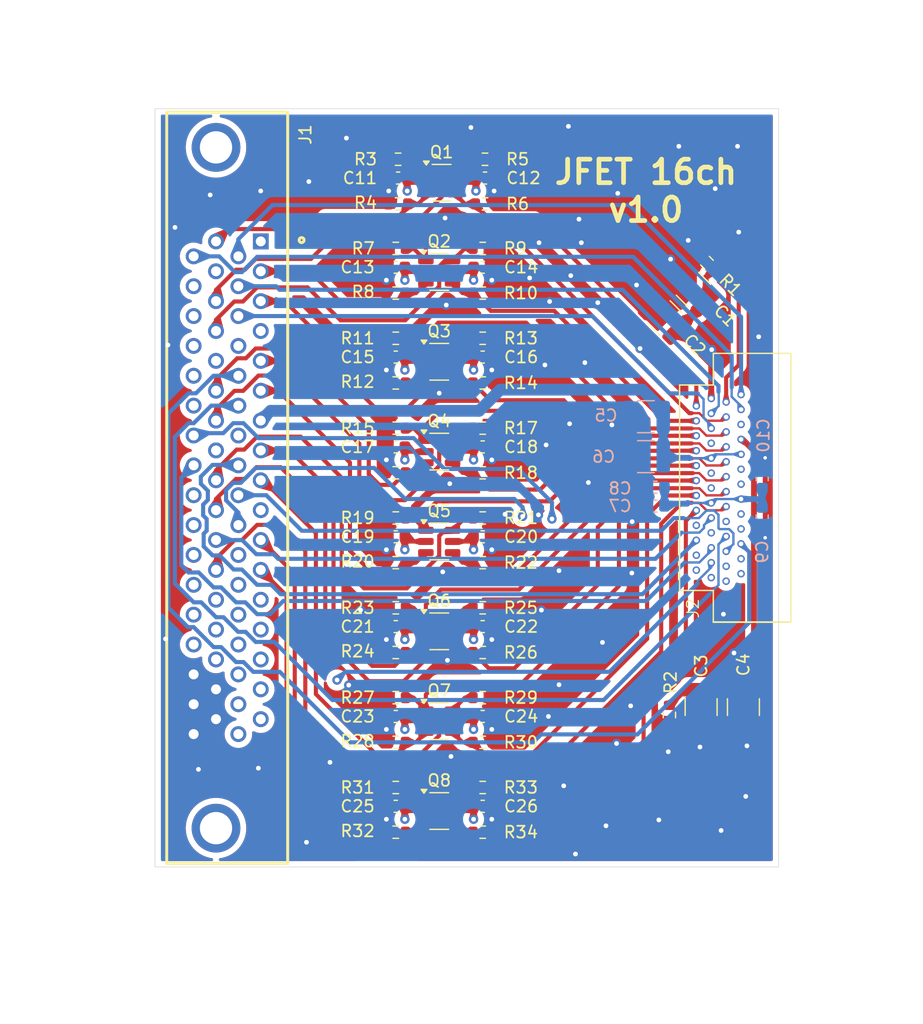
<source format=kicad_pcb>
(kicad_pcb (version 20241229) (generator "pcbnew") (generator_version "9.0")
  (layers (0 "F.Cu" signal) (4 "In1.Cu" signal) (6 "In2.Cu" signal) (8 "In3.Cu" signal) (10 "In4.Cu" signal) (2 "B.Cu" signal) (13 "F.Paste" user) (15 "B.Paste" user) (5 "F.SilkS" user "F.Silkscreen") (7 "B.SilkS" user "B.Silkscreen") (1 "F.Mask" user) (3 "B.Mask" user) (25 "Edge.Cuts" user))
  (net 0 "")
  (net 1 "/N+")
  (net 2 "GND")
  (net 3 "/P+")
  (net 4 "/VSUB")
  (net 5 "VDD")
  (net 6 "/VIN-04")
  (net 7 "/DDL")
  (net 8 "/H2L")
  (net 9 "/OGL")
  (net 10 "/VIN-16")
  (net 11 "/VIN-01")
  (net 12 "/V1L")
  (net 13 "/VIN-06")
  (net 14 "/VIN-11")
  (net 15 "/V1U")
  (net 16 "/VIN-10")
  (net 17 "/DGU")
  (net 18 "/RGL")
  (net 19 "/TGU")
  (net 20 "/H3U")
  (net 21 "/VIN-15")
  (net 22 "/H1U")
  (net 23 "/VIN-12")
  (net 24 "/DGL")
  (net 25 "/V3U")
  (net 26 "/V2U")
  (net 27 "/SWL")
  (net 28 "/V3L")
  (net 29 "/VIN-05")
  (net 30 "/VIN-07")
  (net 31 "/VIN-13")
  (net 32 "/VIN-14")
  (net 33 "/RTD_P1")
  (net 34 "/VIN-02")
  (net 35 "/VRL")
  (net 36 "/H2U")
  (net 37 "/RTD_N")
  (net 38 "/H3L")
  (net 39 "/VIN-08")
  (net 40 "/OGU")
  (net 41 "/TGL")
  (net 42 "/DDU")
  (net 43 "/VIN-03")
  (net 44 "/H1L")
  (net 45 "/SWU")
  (net 46 "/RGU")
  (net 47 "/RTD_P2")
  (net 48 "/V2L")
  (net 49 "/VIN-09")
  (net 50 "/VRU")
  (net 51 "/VOUT-02")
  (net 52 "/VOUT-01")
  (net 53 "/VOUT-03")
  (net 54 "/VOUT-04")
  (net 55 "/VOUT-05")
  (net 56 "/VOUT-06")
  (net 57 "/VOUT-07")
  (net 58 "/VOUT-08")
  (net 59 "/VOUT-10")
  (net 60 "/VOUT-09")
  (net 61 "/VOUT-11")
  (net 62 "/VOUT-12")
  (net 63 "/VOUT-14")
  (net 64 "/VOUT-13")
  (net 65 "/VOUT-15")
  (net 66 "/VOUT-16")
  (footprint "Capacitor_SMD:C_0603_1608Metric" (layer "F.Cu") (at 58.5 39.985715 180)
    (property "Reference" "C14")
    (property "Value" "C-0.1uF-25V-0603")
  )
  (footprint "Resistor_SMD:R_0603_1608Metric" (layer "F.Cu") (at 51.1 42.185715 180)
    (property "Reference" "R8")
    (property "Value" "R-3k-0603")
  )
  (footprint "Resistor_SMD:R_0603_1608Metric" (layer "F.Cu") (at 58.5 49.828572)
    (property "Reference" "R14")
    (property "Value" "R-20k-0603")
  )
  (footprint "Resistor_SMD:R_0603_1608Metric" (layer "F.Cu") (at 74.4 78.075 90)
    (property "Reference" "R2")
    (property "Value" "R-10k-0603")
  )
  (footprint "Package_TO_SOT_SMD:SOT-23-6" (layer "F.Cu") (at 54.8 63.314286)
    (property "Reference" "Q5")
    (property "Value" "LSJ689-SOT23")
  )
  (footprint "Capacitor_SMD:C_0603_1608Metric" (layer "F.Cu") (at 58.5 85.842858 180)
    (property "Reference" "C26")
    (property "Value" "C-0.1uF-25V-0603")
  )
  (footprint "Capacitor_SMD:C_1210_3225Metric" (layer "F.Cu") (at 74 44.3 -45)
    (property "Reference" "C2")
    (property "Value" "C-0.022uF-100V-1210")
  )
  (footprint "Resistor_SMD:R_0603_1608Metric" (layer "F.Cu") (at 51.1 57.471429 180)
    (property "Reference" "R16" (hide yes))
    (property "Value" "R-3k-0603")
  )
  (footprint "Package_TO_SOT_SMD:SOT-23-6" (layer "F.Cu") (at 54.8 78.6)
    (property "Reference" "Q7")
    (property "Value" "LSJ689-SOT23")
  )
  (footprint "Capacitor_SMD:C_1210_3225Metric" (layer "F.Cu") (at 76.442983 41.9 -45)
    (property "Reference" "C1")
    (property "Value" "C-2.2uF-100V-1210")
  )
  (footprint "Package_TO_SOT_SMD:SOT-23-6" (layer "F.Cu") (at 54.8 40.385715)
    (property "Reference" "Q2")
    (property "Value" "LSJ689-SOT23")
  )
  (footprint "Package_TO_SOT_SMD:SOT-23-6" (layer "F.Cu") (at 54.8 86.242858)
    (property "Reference" "Q8")
    (property "Value" "LSJ689-SOT23")
  )
  (footprint "Resistor_SMD:R_0603_1608Metric" (layer "F.Cu") (at 51.1 84.242858)
    (property "Reference" "R31")
    (property "Value" "R-20k-0603")
  )
  (footprint "Resistor_SMD:R_0603_1608Metric" (layer "F.Cu") (at 58.5 88.042858)
    (property "Reference" "R34")
    (property "Value" "R-20k-0603")
  )
  (footprint "Resistor_SMD:R_0603_1608Metric" (layer "F.Cu") (at 51.1 61.314286)
    (property "Reference" "R19")
    (property "Value" "R-20k-0603")
  )
  (footprint "Resistor_SMD:R_0603_1608Metric" (layer "F.Cu") (at 58.5 84.242858)
    (property "Reference" "R33")
    (property "Value" "R-3k-0603")
  )
  (footprint "Resistor_SMD:R_0603_1608Metric" (layer "F.Cu") (at 51.1 53.671429)
    (property "Reference" "R15")
    (property "Value" "R-20k-0603")
  )
  (footprint "Resistor_SMD:R_0603_1608Metric" (layer "F.Cu") (at 51.1 72.757143 180)
    (property "Reference" "R24")
    (property "Value" "R-3k-0603")
  )
  (footprint "Resistor_SMD:R_0603_1608Metric" (layer "F.Cu") (at 51.3 30.8)
    (property "Reference" "R3")
    (property "Value" "R-20k-0603")
  )
  (footprint "Capacitor_SMD:C_0603_1608Metric" (layer "F.Cu") (at 51.1 55.271429)
    (property "Reference" "C17")
    (property "Value" "C-0.1uF-25V-0603")
  )
  (footprint "Capacitor_SMD:C_0603_1608Metric" (layer "F.Cu") (at 58.5 78.2 180)
    (property "Reference" "C24")
    (property "Value" "C-0.1uF-25V-0603")
  )
  (footprint "Capacitor_SMD:C_0603_1608Metric" (layer "F.Cu") (at 58.5 70.557143 180)
    (property "Reference" "C22")
    (property "Value" "C-0.1uF-25V-0603")
  )
  (footprint "Resistor_SMD:R_0603_1608Metric" (layer "F.Cu") (at 51.1 65.114286 180)
    (property "Reference" "R20")
    (property "Value" "R-3k-0603")
  )
  (footprint "Resistor_SMD:R_0603_1608Metric" (layer "F.Cu") (at 58.5 80.4)
    (property "Reference" "R30")
    (property "Value" "R-20k-0603")
  )
  (footprint "Capacitor_SMD:C_0603_1608Metric" (layer "F.Cu") (at 58.5 47.628572 180)
    (property "Reference" "C16")
    (property "Value" "C-0.1uF-25V-0603")
  )
  (footprint "Resistor_SMD:R_0603_1608Metric" (layer "F.Cu") (at 58.5 53.671429)
    (property "Reference" "R17")
    (property "Value" "R-3k-0603")
  )
  (footprint "Resistor_SMD:R_0603_1608Metric" (layer "F.Cu") (at 51.1 76.6)
    (property "Reference" "R27")
    (property "Value" "R-20k-0603")
  )
  (footprint "Capacitor_SMD:C_0603_1608Metric" (layer "F.Cu") (at 58.7 32.4 180)
    (property "Reference" "C12")
    (property "Value" "C-0.1uF-25V-0603")
  )
  (footprint "Resistor_SMD:R_0603_1608Metric" (layer "F.Cu") (at 58.5 46.028572)
    (property "Reference" "R13")
    (property "Value" "R-3k-0603")
  )
  (footprint "Resistor_SMD:R_0603_1608Metric" (layer "F.Cu") (at 58.5 65.114286)
    (property "Reference" "R22")
    (property "Value" "R-20k-0603")
  )
  (footprint "Capacitor_SMD:C_0603_1608Metric" (layer "F.Cu") (at 51.1 39.985715)
    (property "Reference" "C13")
    (property "Value" "C-0.1uF-25V-0603")
  )
  (footprint "Capacitor_SMD:C_0603_1608Metric" (layer "F.Cu") (at 51.1 78.2)
    (property "Reference" "C23")
    (property "Value" "C-0.1uF-25V-0603")
  )
  (footprint "Resistor_SMD:R_0603_1608Metric" (layer "F.Cu") (at 51.1 46.028572)
    (property "Reference" "R11")
    (property "Value" "R-20k-0603")
  )
  (footprint "Resistor_SMD:R_0603_1608Metric" (layer "F.Cu") (at 58.5 57.471429)
    (property "Reference" "R18")
    (property "Value" "R-20k-0603")
  )
  (footprint "Package_TO_SOT_SMD:SOT-23-6" (layer "F.Cu") (at 54.8 48.028572)
    (property "Reference" "Q3")
    (property "Value" "LSJ689-SOT23")
  )
  (footprint "footprints:A28400-151" (layer "F.Cu") (at 78.6378 58.3125 90)
    (property "Reference" "J2")
    (property "Value" "A28400-151")
  )
  (footprint "Capacitor_SMD:C_0603_1608Metric" (layer "F.Cu") (at 51.1 47.628572)
    (property "Reference" "C15")
    (property "Value" "C-0.1uF-25V-0603")
  )
  (footprint "Capacitor_SMD:C_1210_3225Metric" (layer "F.Cu") (at 77.1 77.4 90)
    (property "Reference" "C3")
    (property "Value" "C-2.2uF-100V-1210")
  )
  (footprint "Resistor_SMD:R_0603_1608Metric" (layer "F.Cu") (at 51.1 80.4 180)
    (property "Reference" "R28")
    (property "Value" "R-3k-0603")
  )
  (footprint "Resistor_SMD:R_0603_1608Metric" (layer "F.Cu") (at 58.7 34.6)
    (property "Reference" "R6")
    (property "Value" "R-20k-0603")
  )
  (footprint "Resistor_SMD:R_0603_1608Metric" (layer "F.Cu") (at 51.1 38.385715)
    (property "Reference" "R7")
    (property "Value" "R-20k-0603")
  )
  (footprint "Capacitor_SMD:C_1210_3225Metric" (layer "F.Cu") (at 80.7 77.4 90)
    (property "Reference" "C4")
    (property "Value" "C-0.022uF-100V-1210")
  )
  (footprint "Resistor_SMD:R_0603_1608Metric" (layer "F.Cu") (at 58.5 61.314286)
    (property "Reference" "R21")
    (property "Value" "R-3k-0603")
  )
  (footprint "footprints:2-5174225-5" (layer "F.Cu") (at 37.3175 55.55 -90)
    (property "Reference" "J1")
    (property "Value" "2-5174225-5")
  )
  (footprint "Capacitor_SMD:C_0603_1608Metric" (layer "F.Cu") (at 58.5 62.914286 180)
    (property "Reference" "C20")
    (property "Value" "C-0.1uF-25V-0603")
  )
  (footprint "Capacitor_SMD:C_0603_1608Metric" (layer "F.Cu") (at 51.1 70.557143)
    (property "Reference" "C21")
    (property "Value" "C-0.1uF-25V-0603")
  )
  (footprint "Resistor_SMD:R_0603_1608Metric" (layer "F.Cu") (at 58.5 38.385715)
    (property "Reference" "R9")
    (property "Value" "R-3k-0603")
  )
  (footprint "Capacitor_SMD:C_0603_1608Metric" (layer "F.Cu") (at 51.3 32.4)
    (property "Reference" "C11")
    (property "Value" "C-0.1uF-25V-0603")
  )
  (footprint "Resistor_SMD:R_0603_1608Metric" (layer "F.Cu") (at 58.5 68.957143)
    (property "Reference" "R25")
    (property "Value" "R-3k-0603")
  )
  (footprint "Resistor_SMD:R_0603_1608Metric" (layer "F.Cu") (at 51.1 49.828572 180)
    (property "Reference" "R12")
    (property "Value" "R-3k-0603")
  )
  (footprint "Capacitor_SMD:C_0603_1608Metric" (layer "F.Cu") (at 51.1 62.914286)
    (property "Reference" "C19")
    (property "Value" "C-0.1uF-25V-0603")
  )
  (footprint "Resistor_SMD:R_0603_1608Metric" (layer "F.Cu") (at 58.5 72.757143)
    (property "Reference" "R26")
    (property "Value" "R-20k-0603")
  )
  (footprint "Capacitor_SMD:C_0603_1608Metric" (layer "F.Cu") (at 58.5 55.271429 180)
    (property "Reference" "C18")
    (property "Value" "C-0.1uF-25V-0603")
  )
  (footprint "Resistor_SMD:R_0603_1608Metric" (layer "F.Cu") (at 77.6 39.6 -45)
    (property "Reference" "R1")
    (property "Value" "R-3.6M-0603")
  )
  (footprint "Resistor_SMD:R_0603_1608Metric" (layer "F.Cu") (at 58.5 76.6)
    (property "Reference" "R29")
    (property "Value" "R-3k-0603")
  )
  (footprint "Resistor_SMD:R_0603_1608Metric" (layer "F.Cu") (at 51.3 34.6 180)
    (property "Reference" "R4")
    (property "Value" "R-3k-0603")
  )
  (footprint "Resistor_SMD:R_0603_1608Metric" (layer "F.Cu") (at 58.7 30.8)
    (property "Reference" "R5")
    (property "Value" "R-3k-0603")
  )
  (footprint "Resistor_SMD:R_0603_1608Metric" (layer "F.Cu") (at 58.5 42.185715)
    (property "Reference" "R10")
    (property "Value" "R-20k-0603")
  )
  (footprint "Package_TO_SOT_SMD:SOT-23-6" (layer "F.Cu") (at 54.8 55.671429)
    (property "Reference" "Q4")
    (property "Value" "LSJ689-SOT23")
  )
  (footprint "Capacitor_SMD:C_0603_1608Metric" (layer "F.Cu") (at 51.1 85.842858)
    (property "Reference" "C25")
    (property "Value" "C-0.1uF-25V-0603")
  )
  (footprint "Package_TO_SOT_SMD:SOT-23-6" (layer "F.Cu") (at 54.8 70.957143)
    (property "Reference" "Q6")
    (property "Value" "LSJ689-SOT23")
  )
  (footprint "Resistor_SMD:R_0603_1608Metric" (layer "F.Cu") (at 51.1 88.042858 180)
    (property "Reference" "R32")
    (property "Value" "R-3k-0603")
  )
  (footprint "Resistor_SMD:R_0603_1608Metric" (layer "F.Cu") (at 51.1 68.957143)
    (property "Reference" "R23")
    (property "Value" "R-20k-0603")
  )
  (footprint "Package_TO_SOT_SMD:SOT-23-6" (layer "F.Cu") (at 55 32.8)
    (property "Reference" "Q1")
    (property "Value" "LSJ689-SOT23")
  )
  (footprint "Capacitor_SMD:C_0603_1608Metric" (layer "B.Cu") (at 82.3 61.2 90)
    (property "Reference" "C9")
    (property "Value" "C-0.022uF-50V-0603")
  )
  (footprint "Capacitor_SMD:C_1210_3225Metric" (layer "B.Cu") (at 72.4 56.1)
    (property "Reference" "C6")
    (property "Value" "C-0.022uF-100V-1210")
  )
  (footprint "Capacitor_SMD:C_0603_1608Metric" (layer "B.Cu") (at 73.2 60.3)
    (property "Reference" "C7")
    (property "Value" "C-0.022uF-50V-0603")
  )
  (footprint "Capacitor_SMD:C_0603_1608Metric" (layer "B.Cu") (at 73.2 58.7)
    (property "Reference" "C8")
    (property "Value" "C-2.2uF-35V-0603")
  )
  (footprint "Capacitor_SMD:C_0603_1608Metric" (layer "B.Cu") (at 82.3 58 -90)
    (property "Reference" "C10")
    (property "Value" "C-2.2uF-35V-0603")
  )
  (footprint "Capacitor_SMD:C_1210_3225Metric" (layer "B.Cu") (at 72.4 52.7)
    (property "Reference" "C5")
    (property "Value" "C-2.2uF-100V-1210")
  )
  (gr_rect (start 30.6 26.5) (end 83.7 91) (stroke (width 0.05)) (fill no) (layer "Edge.Cuts"))
  (gr_text "JFET 16ch\nv1.0" (at 72.4 33.5 0) (layer "F.SilkS") (effects (font (size 2 2) (thickness 0.4) (bold yes))))
  (segment (start 77.96 51.1479) (end 77.96 48.26) (width 0.5) (layer "F.Cu") (net 1))
  (segment (start 77.485966 40.88076) (end 78.183363 40.183363) (width 0.5) (layer "F.Cu") (net 1))
  (segment (start 77.96 48.26) (end 75.042983 45.342983) (width 0.5) (layer "F.Cu") (net 1))
  (segment (start 75.085966 45.342983) (end 77.485966 42.942983) (width 0.5) (layer "F.Cu") (net 1))
  (segment (start 75.042983 45.342983) (end 75.085966 45.342983) (width 0.5) (layer "F.Cu") (net 1))
  (segment (start 77.485966 42.942983) (end 77.485966 40.88076) (width 0.5) (layer "F.Cu") (net 1))
  (via (at 82.55 56.2) (size 0.6) (drill 0.3) (layers "F.Cu" "B.Cu") (net 2))
  (via (at 50.3 79.3) (size 0.8) (drill 0.4) (layers "F.Cu" "B.Cu") (net 2))
  (via (at 78.3 33.3) (size 0.8) (drill 0.4) (layers "F.Cu" "B.Cu") (net 2))
  (via (at 73.5 87) (size 0.8) (drill 0.4) (layers "F.Cu" "B.Cu") (net 2))
  (via (at 68.3 43) (size 0.8) (drill 0.4) (layers "F.Cu" "B.Cu") (net 2))
  (via (at 35.299999 33.83625) (size 0.8) (drill 0.4) (layers "F.Cu" "B.Cu") (net 2))
  (via (at 63.8 48.3) (size 0.8) (drill 0.4) (layers "F.Cu" "B.Cu") (net 2))
  (via (at 43.5 88.9) (size 0.8) (drill 0.4) (layers "F.Cu" "B.Cu") (net 2))
  (via (at 66.9 37.9) (size 0.8) (drill 0.4) (layers "F.Cu" "B.Cu") (net 2))
  (via (at 55.8 81.6) (size 0.8) (drill 0.4) (layers "F.Cu" "B.Cu") (net 2))
  (via (at 64.2 42.9) (size 0.8) (drill 0.4) (layers "F.Cu" "B.Cu") (net 2))
  (via (at 46.9 29) (size 0.8) (drill 0.4) (layers "F.Cu" "B.Cu") (net 2))
  (via (at 50.3 48.728572) (size 0.8) (drill 0.4) (layers "F.Cu" "B.Cu") (net 2))
  (via (at 55.1 65.9) (size 0.8) (drill 0.4) (layers "F.Cu" "B.Cu") (net 2))
  (via (at 63.5 69.15) (size 0.8) (drill 0.4) (layers "F.Cu" "B.Cu") (net 2))
  (via (at 50.5 33.5) (size 0.8) (drill 0.4) (layers "F.Cu" "B.Cu") (net 2))
  (via (at 65.9 53.3) (size 0.8) (drill 0.4) (layers "F.Cu" "B.Cu") (net 2))
  (via (at 50.3 56.371429) (size 0.8) (drill 0.4) (layers "F.Cu" "B.Cu") (net 2))
  (via (at 43.7 32.7) (size 0.8) (drill 0.4) (layers "F.Cu" "B.Cu") (net 2))
  (via (at 69.9 80.5) (size 0.8) (drill 0.4) (layers "F.Cu" "B.Cu") (net 2))
  (via (at 63.3 37.9) (size 0.8) (drill 0.4) (layers "F.Cu" "B.Cu") (net 2))
  (via (at 59.275 79.3) (size 0.8) (drill 0.4) (layers "F.Cu" "B.Cu") (net 2))
  (via (at 39.6 33.5) (size 0.8) (drill 0.4) (layers "F.Cu" "B.Cu") (net 2))
  (via (at 82 45.9) (size 0.8) (drill 0.4) (layers "F.Cu" "B.Cu") (net 2))
  (via (at 39.4 82.6) (size 0.8) (drill 0.4) (layers "F.Cu" "B.Cu") (net 2))
  (via (at 78 47) (size 0.8) (drill 0.4) (layers "F.Cu" "B.Cu") (net 2))
  (via (at 50.3 64.014286) (size 0.8) (drill 0.4) (layers "F.Cu" "B.Cu") (net 2))
  (via (at 63.9 55.1) (size 0.8) (drill 0.4) (layers "F.Cu" "B.Cu") (net 2))
  (via (at 81 80.7) (size 0.8) (drill 0.4) (layers "F.Cu" "B.Cu") (net 2))
  (via (at 82.55 63) (size 0.6) (drill 0.3) (layers "F.Cu" "B.Cu") (net 2))
  (via (at 57.5 28.1) (size 0.8) (drill 0.4) (layers "F.Cu" "B.Cu") (net 2))
  (via (at 74.3 81.2) (size 0.8) (drill 0.4) (layers "F.Cu" "B.Cu") (net 2))
  (via (at 78.8 87.9) (size 0.8) (drill 0.4) (layers "F.Cu" "B.Cu") (net 2))
  (via (at 80.3 37) (size 0.8) (drill 0.4) (layers "F.Cu" "B.Cu") (net 2))
  (via (at 48.1 69.15) (size 0.8) (drill 0.4) (layers "F.Cu" "B.Cu") (net 2))
  (via (at 75.2 29.7) (size 0.8) (drill 0.4) (layers "F.Cu" "B.Cu") (net 2))
  (via (at 68.7 71.9) (size 0.8) (drill 0.4) (layers "F.Cu" "B.Cu") (net 2))
  (via (at 65.8 28) (size 0.8) (drill 0.4) (layers "F.Cu" "B.Cu") (net 2))
  (via (at 31.5 71.6) (size 0.8) (drill 0.4) (layers "F.Cu" "B.Cu") (net 2))
  (via (at 59.275 56.371429) (size 0.8) (drill 0.4) (layers "F.Cu" "B.Cu") (net 2))
  (via (at 79.9 72.8) (size 0.8) (drill 0.4) (layers "F.Cu" "B.Cu") (net 2))
  (via (at 54.8 50.7) (size 0.8) (drill 0.4) (layers "F.Cu" "B.Cu") (net 2))
  (via (at 69.5 53.4) (size 0.8) (drill 0.4) (layers "F.Cu" "B.Cu") (net 2))
  (via (at 55.4 43.2) (size 0.8) (drill 0.4) (layers "F.Cu" "B.Cu") (net 2))
  (via (at 59.275 41.085715) (size 0.8) (drill 0.4) (layers "F.Cu" "B.Cu") (net 2))
  (via (at 59.475 33.5) (size 0.8) (drill 0.4) (layers "F.Cu" "B.Cu") (net 2))
  (via (at 50.3 71.657143) (size 0.8) (drill 0.4) (layers "F.Cu" "B.Cu") (net 2))
  (via (at 62.5 40.9) (size 0.8) (drill 0.4) (layers "F.Cu" "B.Cu") (net 2))
  (via (at 76 37.7) (size 0.8) (drill 0.4) (layers "F.Cu" "B.Cu") (net 2))
  (via (at 65.4 84.1) (size 0.8) (drill 0.4) (layers "F.Cu" "B.Cu") (net 2))
  (via (at 71.227298 61.627298) (size 0.8) (drill 0.4) (layers "F.Cu" "B.Cu") (net 2))
  (via (at 65 65.8) (size 0.8) (drill 0.4) (layers "F.Cu" "B.Cu") (net 2))
  (via (at 66.4 89.9) (size 0.8) (drill 0.4) (layers "F.Cu" "B.Cu") (net 2))
  (via (at 79 69.5) (size 0.8) (drill 0.4) (layers "F.Cu" "B.Cu") (net 2))
  (via (at 60.4 61) (size 0.8) (drill 0.4) (layers "F.Cu" "B.Cu") (net 2))
  (via (at 65 75.5) (size 0.8) (drill 0.4) (layers "F.Cu" "B.Cu") (net 2))
  (via (at 31.7 46.6) (size 0.8) (drill 0.4) (layers "F.Cu" "B.Cu") (net 2))
  (via (at 59.275 64.014286) (size 0.8) (drill 0.4) (layers "F.Cu" "B.Cu") (net 2))
  (via (at 45.5 82.1) (size 0.8) (drill 0.4) (layers "F.Cu" "B.Cu") (net 2))
  (via (at 55.7 58.4) (size 0.8) (drill 0.4) (layers "F.Cu" "B.Cu") (net 2))
  (via (at 71.1 77.3) (size 0.8) (drill 0.4) (layers "F.Cu" "B.Cu") (net 2))
  (via (at 50.3 41.085715) (size 0.8) (drill 0.4) (layers "F.Cu" "B.Cu") (net 2))
  (via (at 67.5 58.3) (size 0.8) (drill 0.4) (layers "F.Cu" "B.Cu") (net 2))
  (via (at 80.2 29.7) (size 0.8) (drill 0.4) (layers "F.Cu" "B.Cu") (net 2))
  (via (at 55.3 35.8) (size 0.8) (drill 0.4) (layers "F.Cu" "B.Cu") (net 2))
  (via (at 69 87.5) (size 0.8) (drill 0.4) (layers "F.Cu" "B.Cu") (net 2))
  (via (at 50.3 86.942858) (size 0.8) (drill 0.4) (layers "F.Cu" "B.Cu") (net 2))
  (via (at 47.096908 75.535549) (size 0.8) (drill 0.4) (layers "F.Cu" "B.Cu") (net 2))
  (via (at 74.5 39.3) (size 0.8) (drill 0.4) (layers "F.Cu" "B.Cu") (net 2))
  (via (at 64.1 78.2) (size 0.8) (drill 0.4) (layers "F.Cu" "B.Cu") (net 2))
  (via (at 70 33.7) (size 0.8) (drill 0.4) (layers "F.Cu" "B.Cu") (net 2))
  (via (at 71.9 46.9) (size 0.8) (drill 0.4) (layers "F.Cu" "B.Cu") (net 2))
  (via (at 71.6 41.5) (size 0.8) (drill 0.4) (layers "F.Cu" "B.Cu") (net 2))
  (via (at 77 80.8) (size 0.8) (drill 0.4) (layers "F.Cu" "B.Cu") (net 2))
  (via (at 66 40.7) (size 0.8) (drill 0.4) (layers "F.Cu" "B.Cu") (net 2))
  (via (at 59.275 86.942858) (size 0.8) (drill 0.4) (layers "F.Cu" "B.Cu") (net 2))
  (via (at 67.2 48.1) (size 0.8) (drill 0.4) (layers "F.Cu" "B.Cu") (net 2))
  (via (at 34.3 82.7) (size 0.8) (drill 0.4) (layers "F.Cu" "B.Cu") (net 2))
  (via (at 32.3 36.6) (size 0.8) (drill 0.4) (layers "F.Cu" "B.Cu") (net 2))
  (via (at 55.5 73.425) (size 0.8) (drill 0.4) (layers "F.Cu" "B.Cu") (net 2))
  (via (at 66.7 35.9) (size 0.8) (drill 0.4) (layers "F.Cu" "B.Cu") (net 2))
  (via (at 71.2 66) (size 0.8) (drill 0.4) (layers "F.Cu" "B.Cu") (net 2))
  (via (at 59.275 71.657143) (size 0.8) (drill 0.4) (layers "F.Cu" "B.Cu") (net 2))
  (via (at 80.9 85) (size 0.8) (drill 0.4) (layers "F.Cu" "B.Cu") (net 2))
  (via (at 63.25 61.05) (size 0.8) (drill 0.4) (layers "F.Cu" "B.Cu") (net 2))
  (via (at 59.275 48.728572) (size 0.8) (drill 0.4) (layers "F.Cu" "B.Cu") (net 2))
  (segment (start 81.6 75.025) (end 81.6 55.6) (width 0.5) (layer "F.Cu") (net 3))
  (segment (start 75.725 75.925) (end 74.4 77.25) (width 0.5) (layer "F.Cu") (net 3))
  (segment (start 80.6277 54.6277) (end 80.5 54.6277) (width 0.5) (layer "F.Cu") (net 3))
  (segment (start 81.6 55.6) (end 80.6277 54.6277) (width 0.5) (layer "F.Cu") (net 3))
  (segment (start 77.1 75.925) (end 75.725 75.925) (width 0.5) (layer "F.Cu") (net 3))
  (segment (start 80.7 75.925) (end 77.1 75.925) (width 0.5) (layer "F.Cu") (net 3))
  (segment (start 80.7 75.925) (end 81.6 75.025) (width 0.5) (layer "F.Cu") (net 3))
  (segment (start 39.605 53.03) (end 40.435 52.2) (width 1) (layer "B.Cu") (net 4))
  (segment (start 76.0721 56.2) (end 73.975 56.2) (width 0.5) (layer "B.Cu") (net 4))
  (segment (start 60 50.4) (end 72.1 50.4) (width 1) (layer "B.Cu") (net 4))
  (segment (start 77.96 56.2279) (end 78.2902 55.8977) (width 0.2) (layer "B.Cu") (net 4))
  (segment (start 58.2 52.2) (end 60 50.4) (width 1) (layer "B.Cu") (net 4))
  (segment (start 77.96 56.2279) (end 76.1 56.2279) (width 0.2) (layer "B.Cu") (net 4))
  (segment (start 40.435 52.2) (end 58.2 52.2) (width 1) (layer "B.Cu") (net 4))
  (segment (start 78.2902 55.8977) (end 80.5 55.8977) (width 0.2) (layer "B.Cu") (net 4))
  (segment (start 72.1 50.4) (end 73.875 52.175) (width 1) (layer "B.Cu") (net 4))
  (segment (start 76.1 56.2279) (end 76.0721 56.2) (width 0.5) (layer "B.Cu") (net 4))
  (segment (start 73.875 52.7) (end 73.875 56.1) (width 0.5) (layer "B.Cu") (net 4))
  (segment (start 73.975 56.2) (end 73.875 56.1) (width 0.5) (layer "B.Cu") (net 4))
  (segment (start 73.875 52.175) (end 73.875 52.7) (width 1) (layer "B.Cu") (net 4))
  (segment (start 53.6625 70.957143) (end 52.275 70.957143) (width 0.35) (layer "F.Cu") (net 5))
  (segment (start 57.325 55.671429) (end 57.725 55.271429) (width 0.35) (layer "F.Cu") (net 5))
  (segment (start 57.725 78.2) (end 57.725 79.3) (width 0.35) (layer "F.Cu") (net 5))
  (segment (start 53.8625 32.8) (end 52.475 32.8) (width 0.35) (layer "F.Cu") (net 5))
  (segment (start 53.6625 48.028572) (end 52.275 48.028572) (width 0.35) (layer "F.Cu") (net 5))
  (segment (start 52.275 70.957143) (end 51.875 70.557143) (width 0.35) (layer "F.Cu") (net 5))
  (segment (start 52.275 40.385715) (end 51.875 39.985715) (width 0.35) (layer "F.Cu") (net 5))
  (segment (start 53.6625 78.6) (end 52.275 78.6) (width 0.35) (layer "F.Cu") (net 5))
  (segment (start 57.325 86.242858) (end 57.725 85.842858) (width 0.35) (layer "F.Cu") (net 5))
  (segment (start 56.1375 32.8) (end 57.525 32.8) (width 0.35) (layer "F.Cu") (net 5))
  (segment (start 53.6625 55.671429) (end 52.275 55.671429) (width 0.35) (layer "F.Cu") (net 5))
  (segment (start 52.275 55.671429) (end 51.875 55.271429) (width 0.35) (layer "F.Cu") (net 5))
  (segment (start 55.9375 55.671429) (end 57.325 55.671429) (width 0.35) (layer "F.Cu") (net 5))
  (segment (start 55.9375 40.385715) (end 57.325 40.385715) (width 0.35) (layer "F.Cu") (net 5))
  (segment (start 53.6625 40.385715) (end 52.275 40.385715) (width 0.35) (layer "F.Cu") (net 5))
  (segment (start 53.6625 86.242858) (end 52.275 86.242858) (width 0.35) (layer "F.Cu") (net 5))
  (segment (start 57.325 40.385715) (end 57.725 39.985715) (width 0.35) (layer "F.Cu") (net 5))
  (segment (start 57.325 70.957143) (end 57.725 70.557143) (width 0.35) (layer "F.Cu") (net 5))
  (segment (start 57.325 48.028572) (end 57.725 47.628572) (width 0.35) (layer "F.Cu") (net 5))
  (segment (start 52.275 78.6) (end 51.875 78.2) (width 0.35) (layer "F.Cu") (net 5))
  (segment (start 57.725 70.557143) (end 57.725 71.657143) (width 0.35) (layer "F.Cu") (net 5))
  (segment (start 53.6625 63.314286) (end 52.275 63.314286) (width 0.35) (layer "F.Cu") (net 5))
  (segment (start 52.075 32.4) (end 52.075 33.5) (width 0.35) (layer "F.Cu") (net 5))
  (segment (start 57.725 85.842858) (end 57.725 86.942858) (width 0.35) (layer "F.Cu") (net 5))
  (segment (start 55.9375 48.028572) (end 57.325 48.028572) (width 0.35) (layer "F.Cu") (net 5))
  (segment (start 51.875 78.2) (end 51.875 79.3) (width 0.35) (layer "F.Cu") (net 5))
  (segment (start 57.725 62.914286) (end 57.725 64.014286) (width 0.35) (layer "F.Cu") (net 5))
  (segment (start 52.275 48.028572) (end 51.875 47.628572) (width 0.35) (layer "F.Cu") (net 5))
  (segment (start 57.725 39.985715) (end 57.725 41.085715) (width 0.35) (layer "F.Cu") (net 5))
  (segment (start 57.525 32.8) (end 57.925 32.4) (width 0.35) (layer "F.Cu") (net 5))
  (segment (start 51.875 39.985715) (end 51.875 41.085715) (width 0.35) (layer "F.Cu") (net 5))
  (segment (start 55.9375 63.314286) (end 57.325 63.314286) (width 0.35) (layer "F.Cu") (net 5))
  (segment (start 51.875 55.271429) (end 51.875 56.371429) (width 0.35) (layer "F.Cu") (net 5))
  (segment (start 57.725 55.271429) (end 57.725 56.371429) (width 0.35) (layer "F.Cu") (net 5))
  (segment (start 57.925 32.4) (end 57.925 33.5) (width 0.35) (layer "F.Cu") (net 5))
  (segment (start 52.475 32.8) (end 52.075 32.4) (width 0.35) (layer "F.Cu") (net 5))
  (segment (start 55.9375 86.242858) (end 57.325 86.242858) (width 0.35) (layer "F.Cu") (net 5))
  (segment (start 51.875 47.628572) (end 51.875 48.728572) (width 0.35) (layer "F.Cu") (net 5))
  (segment (start 51.875 85.842858) (end 51.875 86.942858) (width 0.35) (layer "F.Cu") (net 5))
  (segment (start 57.325 78.6) (end 57.725 78.2) (width 0.35) (layer "F.Cu") (net 5))
  (segment (start 51.875 62.914286) (end 51.875 64.014286) (width 0.35) (layer "F.Cu") (net 5))
  (segment (start 55.9375 70.957143) (end 57.325 70.957143) (width 0.35) (layer "F.Cu") (net 5))
  (segment (start 52.275 86.242858) (end 51.875 85.842858) (width 0.35) (layer "F.Cu") (net 5))
  (segment (start 55.9375 78.6) (end 57.325 78.6) (width 0.35) (layer "F.Cu") (net 5))
  (segment (start 57.325 63.314286) (end 57.725 62.914286) (width 0.35) (layer "F.Cu") (net 5))
  (segment (start 51.875 70.557143) (end 51.875 71.657143) (width 0.35) (layer "F.Cu") (net 5))
  (segment (start 57.725 47.628572) (end 57.725 48.728572) (width 0.35) (layer "F.Cu") (net 5))
  (segment (start 52.275 63.314286) (end 51.875 62.914286) (width 0.35) (layer "F.Cu") (net 5))
  (via (at 51.875 79.3) (size 0.8) (drill 0.4) (layers "F.Cu" "B.Cu") (net 5))
  (via (at 51.875 48.728572) (size 0.8) (drill 0.4) (layers "F.Cu" "B.Cu") (net 5))
  (via (at 57.725 64.014286) (size 0.8) (drill 0.4) (layers "F.Cu" "B.Cu") (net 5))
  (via (at 57.725 41.085715) (size 0.8) (drill 0.4) (layers "F.Cu" "B.Cu") (net 5))
  (via (at 51.875 64.014286) (size 0.8) (drill 0.4) (layers "F.Cu" "B.Cu") (net 5))
  (via (at 57.725 48.728572) (size 0.8) (drill 0.4) (layers "F.Cu" "B.Cu") (net 5))
  (via (at 51.875 56.371429) (size 0.8) (drill 0.4) (layers "F.Cu" "B.Cu") (net 5))
  (via (at 51.875 86.942858) (size 0.8) (drill 0.4) (layers "F.Cu" "B.Cu") (net 5))
  (via (at 57.725 71.657143) (size 0.8) (drill 0.4) (layers "F.Cu" "B.Cu") (net 5))
  (via (at 57.725 56.371429) (size 0.8) (drill 0.4) (layers "F.Cu" "B.Cu") (net 5))
  (via (at 52.075 33.5) (size 0.8) (drill 0.4) (layers "F.Cu" "B.Cu") (net 5))
  (via (at 57.725 86.942858) (size 0.8) (drill 0.4) (layers "F.Cu" "B.Cu") (net 5))
  (via (at 51.875 41.085715) (size 0.8) (drill 0.4) (layers "F.Cu" "B.Cu") (net 5))
  (via (at 57.725 79.3) (size 0.8) (drill 0.4) (layers "F.Cu" "B.Cu") (net 5))
  (via (at 51.875 71.657143) (size 0.8) (drill 0.4) (layers "F.Cu" "B.Cu") (net 5))
  (via (at 57.925 33.5) (size 0.8) (drill 0.4) (layers "F.Cu" "B.Cu") (net 5))
  (segment (start 82.2923 59.7077) (end 82.3 59.7) (width 0.5) (layer "B.Cu") (net 5))
  (segment (start 82.3 59.7) (end 82.3 60.425) (width 0.5) (layer "B.Cu") (net 5))
  (segment (start 73.975 60.2) (end 73.975 58.7) (width 0.5) (layer "B.Cu") (net 5))
  (segment (start 77.96 60.0379) (end 78.2902 59.7077) (width 0.2) (layer "B.Cu") (net 5))
  (segment (start 74.075 60.1) (end 73.975 60.2) (width 0.5) (layer "B.Cu") (net 5))
  (segment (start 75.9621 60.0379) (end 75.9 60.1) (width 0.5) (layer "B.Cu") (net 5))
  (segment (start 75.9 60.1) (end 74.075 60.1) (width 0.5) (layer "B.Cu") (net 5))
  (segment (start 80.5 59.7077) (end 82.2923 59.7077) (width 0.5) (layer "B.Cu") (net 5))
  (segment (start 73.975 60.3) (end 73.975 60.2) (width 0.5) (layer "B.Cu") (net 5))
  (segment (start 78.2902 59.7077) (end 80.5 59.7077) (width 0.2) (layer "B.Cu") (net 5))
  (segment (start 77.96 60.0379) (end 75.9621 60.0379) (width 0.2) (layer "B.Cu") (net 5))
  (segment (start 82.3 58.775) (end 82.3 59.7) (width 0.5) (layer "B.Cu") (net 5))
  (segment (start 56.7875 57.471429) (end 55.9375 56.621429) (width 0.35) (layer "F.Cu") (net 6))
  (segment (start 63.4 58.9) (end 66.7 55.6) (width 0.35) (layer "F.Cu") (net 6))
  (segment (start 75.0071 55.5929) (end 76.69 55.5929) (width 0.35) (layer "F.Cu") (net 6))
  (segment (start 66.7 55.6) (end 75 55.6) (width 0.35) (layer "F.Cu") (net 6))
  (segment (start 75 55.6) (end 75.0071 55.5929) (width 0.35) (layer "F.Cu") (net 6))
  (segment (start 57.675 57.471429) (end 57.675 57.546429) (width 0.35) (layer "F.Cu") (net 6))
  (segment (start 59.103571 58.9) (end 63.4 58.9) (width 0.35) (layer "F.Cu") (net 6))
  (segment (start 57.675 57.471429) (end 59.103571 58.9) (width 0.35) (layer "F.Cu") (net 6))
  (segment (start 57.675 57.471429) (end 56.7875 57.471429) (width 0.35) (layer "F.Cu") (net 6))
  (via (at 61.9 61.178242) (size 0.8) (drill 0.4) (layers "F.Cu" "B.Cu") (net 8))
  (segment (start 37.7 60.864925) (end 37.7 61.92) (width 0.35) (layer "B.Cu") (net 8))
  (segment (start 37.265075 58.33) (end 36.65 58.945075) (width 0.35) (layer "B.Cu") (net 8))
  (segment (start 36.65 59.814925) (end 37.7 60.864925) (width 0.35) (layer "B.Cu") (net 8))
  (segment (start 39.170075 57.06) (end 37.900075 58.33) (width 0.35) (layer "B.Cu") (net 8))
  (segment (start 61.2 59.7) (end 51.895 59.7) (width 0.35) (layer "B.Cu") (net 8))
  (segment (start 61.9 60.4) (end 61.2 59.7) (width 0.35) (layer "B.Cu") (net 8))
  (segment (start 49.255 57.06) (end 39.170075 57.06) (width 0.35) (layer "B.Cu") (net 8))
  (segment (start 61.9 61.178242) (end 61.9 60.4) (width 0.35) (layer "B.Cu") (net 8))
  (segment (start 36.65 58.945075) (end 36.65 59.814925) (width 0.35) (layer "B.Cu") (net 8))
  (segment (start 51.895 59.7) (end 49.255 57.06) (width 0.35) (layer "B.Cu") (net 8))
  (segment (start 37.900075 58.33) (end 37.265075 58.33) (width 0.35) (layer "B.Cu") (net 8))
  (segment (start 52.6125 84.242858) (end 53.6625 85.292858) (width 0.35) (layer "F.Cu") (net 10))
  (segment (start 75.4796 60.0204) (end 73.7 61.8) (width 0.35) (layer "F.Cu") (net 10))
  (segment (start 53.6625 83.980358) (end 53.6625 85.292858) (width 0.35) (layer "F.Cu") (net 10))
  (segment (start 73.7 61.8) (end 73.7 72.7) (width 0.35) (layer "F.Cu") (net 10))
  (segment (start 76.910777 60.0204) (end 77.550576 60.660199) (width 0.2) (layer "F.Cu") (net 10))
  (segment (start 76.3 60.0204) (end 76.910777 60.0204) (width 0.2) (layer "F.Cu") (net 10))
  (segment (start 54.842858 82.8) (end 53.6625 83.980358) (width 0.35) (layer "F.Cu") (net 10))
  (segment (start 76.3 60.0204) (end 75.4796 60.0204) (width 0.35) (layer "F.Cu") (net 10))
  (segment (start 78.912501 60.660199) (end 79.23 60.3427) (width 0.2) (layer "F.Cu") (net 10))
  (segment (start 51.925 84.242858) (end 52.6125 84.242858) (width 0.35) (layer "F.Cu") (net 10))
  (segment (start 63.6 82.8) (end 54.842858 82.8) (width 0.35) (layer "F.Cu") (net 10))
  (segment (start 77.550576 60.660199) (end 78.912501 60.660199) (width 0.2) (layer "F.Cu") (net 10))
  (segment (start 73.7 72.7) (end 63.6 82.8) (width 0.35) (layer "F.Cu") (net 10))
  (segment (start 59.1 35.9) (end 57.875 34.675) (width 0.35) (layer "F.Cu") (net 11))
  (segment (start 76.69 51.7829) (end 76.69 49.69) (width 0.35) (layer "F.Cu") (net 11))
  (segment (start 57.875 34.675) (end 57.875 34.6) (width 0.35) (layer "F.Cu") (net 11))
  (segment (start 57.875 34.6) (end 56.9875 34.6) (width 0.35) (layer "F.Cu") (net 11))
  (segment (start 62.9 35.9) (end 59.1 35.9) (width 0.35) (layer "F.Cu") (net 11))
  (segment (start 76.69 49.69) (end 62.9 35.9) (width 0.35) (layer "F.Cu") (net 11))
  (segment (start 56.9875 34.6) (end 56.1375 33.75) (width 0.35) (layer "F.Cu") (net 11))
  (segment (start 68.3 67) (end 68.3 62.1) (width 0.35) (layer "F.Cu") (net 13))
  (segment (start 57.675 72.757143) (end 57.675 72.832143) (width 0.35) (layer "F.Cu") (net 13))
  (segment (start 56.7875 72.757143) (end 55.9375 71.907143) (width 0.35) (layer "F.Cu") (net 13))
  (segment (start 72.2671 58.1329) (end 75.5 58.1329) (width 0.35) (layer "F.Cu") (net 13))
  (segment (start 68.3 62.1) (end 72.2671 58.1329) (width 0.35) (layer "F.Cu") (net 13))
  (segment (start 57.675 72.757143) (end 59.017857 74.1) (width 0.35) (layer "F.Cu") (net 13))
  (segment (start 61.2 74.1) (end 68.3 67) (width 0.35) (layer "F.Cu") (net 13))
  (segment (start 59.017857 74.1) (end 61.2 74.1) (width 0.35) (layer "F.Cu") (net 13))
  (segment (start 57.675 72.757143) (end 56.7875 72.757143) (width 0.35) (layer "F.Cu") (net 13))
  (segment (start 76.69 58.1329) (end 75.5 58.1329) (width 0.35) (layer "F.Cu") (net 13))
  (segment (start 53.6625 45.766072) (end 53.6625 47.078572) (width 0.35) (layer "F.Cu") (net 14))
  (segment (start 78.912501 54.310199) (end 79.23 53.9927) (width 0.2) (layer "F.Cu") (net 14))
  (segment (start 52.6125 46.028572) (end 53.6625 47.078572) (width 0.35) (layer "F.Cu") (net 14))
  (segment (start 76.3 53.7) (end 71.2 53.7) (width 0.35) (layer "F.Cu") (net 14))
  (segment (start 54.728572 44.7) (end 53.6625 45.766072) (width 0.35) (layer "F.Cu") (net 14))
  (segment (start 71.2 53.7) (end 62.2 44.7) (width 0.35) (layer "F.Cu") (net 14))
  (segment (start 77.550576 54.310199) (end 78.912501 54.310199) (width 0.2) (layer "F.Cu") (net 14))
  (segment (start 76.3 53.7) (end 76.940377 53.7) (width 0.2) (layer "F.Cu") (net 14))
  (segment (start 51.925 46.028572) (end 52.6125 46.028572) (width 0.35) (layer "F.Cu") (net 14))
  (segment (start 62.2 44.7) (end 54.728572 44.7) (width 0.35) (layer "F.Cu") (net 14))
  (segment (start 76.940377 53.7) (end 77.550576 54.310199) (width 0.2) (layer "F.Cu") (net 14))
  (segment (start 76.1 52.4) (end 60.7 37) (width 0.35) (layer "F.Cu") (net 16))
  (segment (start 54.785715 37) (end 53.6625 38.123215) (width 0.35) (layer "F.Cu") (net 16))
  (segment (start 77.585576 53.040199) (end 78.912501 53.040199) (width 0.2) (layer "F.Cu") (net 16))
  (segment (start 76.3 52.4) (end 76.1 52.4) (width 0.35) (layer "F.Cu") (net 16))
  (segment (start 51.925 38.385715) (end 52.6125 38.385715) (width 0.35) (layer "F.Cu") (net 16))
  (segment (start 53.6625 38.123215) (end 53.6625 39.435715) (width 0.35) (layer "F.Cu") (net 16))
  (segment (start 76.3 52.4) (end 76.945377 52.4) (width 0.2) (layer "F.Cu") (net 16))
  (segment (start 76.945377 52.4) (end 77.585576 53.040199) (width 0.2) (layer "F.Cu") (net 16))
  (segment (start 78.912501 53.040199) (end 79.23 52.7227) (width 0.2) (layer "F.Cu") (net 16))
  (segment (start 60.7 37) (end 54.785715 37) (width 0.35) (layer "F.Cu") (net 16))
  (segment (start 52.6125 38.385715) (end 53.6625 39.435715) (width 0.35) (layer "F.Cu") (net 16))
  (via (at 64.4 61.4) (size 0.8) (drill 0.4) (layers "F.Cu" "B.Cu") (net 17))
  (segment (start 64.4 60) (end 61.546429 57.146429) (width 0.35) (layer "B.Cu") (net 17))
  (segment (start 64.4 61.4) (end 64.4 60) (width 0.35) (layer "B.Cu") (net 17))
  (segment (start 36.415075 54.1) (end 34.09 54.1) (width 0.35) (layer "B.Cu") (net 17))
  (segment (start 39.404925 54.52) (end 38.134925 53.25) (width 0.35) (layer "B.Cu") (net 17))
  (segment (start 55.246429 57.146429) (end 52.62 54.52) (width 0.35) (layer "B.Cu") (net 17))
  (segment (start 34.09 54.1) (end 33.89 54.3) (width 0.35) (layer "B.Cu") (net 17))
  (segment (start 37.265075 53.25) (end 36.415075 54.1) (width 0.35) (layer "B.Cu") (net 17))
  (segment (start 61.546429 57.146429) (end 55.246429 57.146429) (width 0.35) (layer "B.Cu") (net 17))
  (segment (start 52.62 54.52) (end 39.404925 54.52) (width 0.35) (layer "B.Cu") (net 17))
  (segment (start 38.134925 53.25) (end 37.265075 53.25) (width 0.35) (layer "B.Cu") (net 17))
  (segment (start 78.5775 67.0225) (end 77.8 67.8) (width 0.2) (layer "B.Cu") (net 18))
  (segment (start 79.23 62.8827) (end 79.23 62.904623) (width 0.2) (layer "B.Cu") (net 18))
  (segment (start 35.39 51.76) (end 33.9 53.25) (width 0.35) (layer "B.Cu") (net 18))
  (segment (start 79.23 62.904623) (end 78.5775 63.557123) (width 0.2) (layer "B.Cu") (net 18))
  (segment (start 35.8 69.76) (end 36.435075 69.76) (width 0.35) (layer "B.Cu") (net 18))
  (segment (start 78.5775 63.557123) (end 78.5775 65.373677) (width 0.2) (layer "B.Cu") (net 18))
  (segment (start 33.895075 68.49) (end 34.53 68.49) (width 0.35) (layer "B.Cu") (net 18))
  (segment (start 39.170075 71.86) (end 40.76 71.86) (width 0.35) (layer "B.Cu") (net 18))
  (segment (start 45.7 76.8) (end 68.8 76.8) (width 0.35) (layer "B.Cu") (net 18))
  (segment (start 34.53 68.49) (end 35.8 69.76) (width 0.35) (layer "B.Cu") (net 18))
  (segment (start 33.9 53.25) (end 33.455075 53.25) (width 0.35) (layer "B.Cu") (net 18))
  (segment (start 37.675075 71) (end 38.310075 71) (width 0.35) (layer "B.Cu") (net 18))
  (segment (start 32.29 66.884925) (end 33.895075 68.49) (width 0.35) (layer "B.Cu") (net 18))
  (segment (start 33.455075 53.25) (end 32.29 54.415075) (width 0.35) (layer "B.Cu") (net 18))
  (segment (start 78.5775 65.373677) (end 78.5775 67.0225) (width 0.2) (layer "B.Cu") (net 18))
  (segment (start 40.76 71.86) (end 45.7 76.8) (width 0.35) (layer "B.Cu") (net 18))
  (segment (start 68.8 76.8) (end 77.8 67.8) (width 0.35) (layer "B.Cu") (net 18))
  (segment (start 38.310075 71) (end 39.170075 71.86) (width 0.35) (layer "B.Cu") (net 18))
  (segment (start 32.29 54.415075) (end 32.29 66.884925) (width 0.35) (layer "B.Cu") (net 18))
  (segment (start 36.435075 69.76) (end 37.675075 71) (width 0.35) (layer "B.Cu") (net 18))
  (segment (start 37.7 51.76) (end 35.39 51.76) (width 0.35) (layer "B.Cu") (net 18))
  (segment (start 72.9146 58.7854) (end 70.1 61.6) (width 0.35) (layer "F.Cu") (net 21))
  (segment (start 53.6625 76.3375) (end 53.6625 77.65) (width 0.35) (layer "F.Cu") (net 21))
  (segment (start 76.3 58.7854) (end 72.9146 58.7854) (width 0.35) (layer "F.Cu") (net 21))
  (segment (start 52.6125 76.6) (end 53.6625 77.65) (width 0.35) (layer "F.Cu") (net 21))
  (segment (start 70.1 61.6) (end 70.1 67.1) (width 0.35) (layer "F.Cu") (net 21))
  (segment (start 70.1 67.1) (end 61.9 75.3) (width 0.35) (layer "F.Cu") (net 21))
  (segment (start 61.9 75.3) (end 54.7 75.3) (width 0.35) (layer "F.Cu") (net 21))
  (segment (start 77.550576 59.390199) (end 78.912501 59.390199) (width 0.2) (layer "F.Cu") (net 21))
  (segment (start 78.912501 59.390199) (end 79.23 59.0727) (width 0.2) (layer "F.Cu") (net 21))
  (segment (start 54.7 75.3) (end 53.6625 76.3375) (width 0.35) (layer "F.Cu") (net 21))
  (segment (start 76.3 58.7854) (end 76.945777 58.7854) (width 0.2) (layer "F.Cu") (net 21))
  (segment (start 51.925 76.6) (end 52.6125 76.6) (width 0.35) (layer "F.Cu") (net 21))
  (segment (start 76.945777 58.7854) (end 77.550576 59.390199) (width 0.2) (layer "F.Cu") (net 21))
  (segment (start 76.3 54.9754) (end 65.8754 54.9754) (width 0.35) (layer "F.Cu") (net 23))
  (segment (start 76.945777 54.9754) (end 77.550576 55.580199) (width 0.2) (layer "F.Cu") (net 23))
  (segment (start 53.6625 53.408929) (end 53.6625 54.721429) (width 0.35) (layer "F.Cu") (net 23))
  (segment (start 78.912501 55.580199) (end 79.23 55.2627) (width 0.2) (layer "F.Cu") (net 23))
  (segment (start 76.3 54.9754) (end 76.945777 54.9754) (width 0.2) (layer "F.Cu") (net 23))
  (segment (start 52.6125 53.671429) (end 53.6625 54.721429) (width 0.35) (layer "F.Cu") (net 23))
  (segment (start 63.1 52.2) (end 54.871429 52.2) (width 0.35) (layer "F.Cu") (net 23))
  (segment (start 77.550576 55.580199) (end 78.912501 55.580199) (width 0.2) (layer "F.Cu") (net 23))
  (segment (start 51.925 53.671429) (end 52.6125 53.671429) (width 0.35) (layer "F.Cu") (net 23))
  (segment (start 54.871429 52.2) (end 53.6625 53.408929) (width 0.35) (layer "F.Cu") (net 23))
  (segment (start 65.8754 54.9754) (end 63.1 52.2) (width 0.35) (layer "F.Cu") (net 23))
  (segment (start 70.4 41.9) (end 41.2 41.9) (width 0.35) (layer "B.Cu") (net 25))
  (segment (start 41.2 41.9) (end 40.9 41.6) (width 0.35) (layer "B.Cu") (net 25))
  (segment (start 78.5775 50.0775) (end 70.4 41.9) (width 0.35) (layer "B.Cu") (net 25))
  (segment (start 78.5775 50.5775) (end 78.6 50.6) (width 0.2) (layer "B.Cu") (net 25))
  (segment (start 40.9 41.6) (end 37.7 41.6) (width 0.35) (layer "B.Cu") (net 25))
  (segment (start 78.5775 50.5775) (end 78.5775 50.0775) (width 0.35) (layer "B.Cu") (net 25))
  (segment (start 78.6 50.6) (end 78.6 51.7779) (width 0.2) (layer "B.Cu") (net 25))
  (segment (start 78.6 51.7779) (end 77.96 52.4179) (width 0.2) (layer "B.Cu") (net 25))
  (segment (start 76.819623 50.719623) (end 77.3075 51.2075) (width 0.2) (layer "B.Cu") (net 26))
  (segment (start 76.819623 50.719623) (end 74.419623 50.719623) (width 0.35) (layer "B.Cu") (net 26))
  (segment (start 77.3075 51.2075) (end 77.3075 52.782123) (width 0.2) (layer "B.Cu") (net 26))
  (segment (start 77.3075 52.782123) (end 77.3 52.789623) (width 0.2) (layer "B.Cu") (net 26))
  (segment (start 77.96 53.449623) (end 77.96 53.6879) (width 0.2) (layer "B.Cu") (net 26))
  (segment (start 67.84 44.14) (end 37.7 44.14) (width 0.35) (layer "B.Cu") (net 26))
  (segment (start 77.3 52.789623) (end 77.96 53.449623) (width 0.2) (layer "B.Cu") (net 26))
  (segment (start 74.419623 50.719623) (end 67.84 44.14) (width 0.35) (layer "B.Cu") (net 26))
  (segment (start 38.134925 73.57) (end 37.499925 73.57) (width 0.35) (layer "B.Cu") (net 27))
  (segment (start 41.225 74.403249) (end 38.968174 74.403249) (width 0.35) (layer "B.Cu") (net 27))
  (segment (start 36.229925 72.3) (end 35.594925 72.3) (width 0.35) (layer "B.Cu") (net 27))
  (segment (start 35.594925 72.3) (end 33.894925 70.6) (width 0.35) (layer "B.Cu") (net 27))
  (segment (start 31.74 52.425075) (end 33.455075 50.71) (width 0.35) (layer "B.Cu") (net 27))
  (segment (start 62.8 80.4) (end 47.221751 80.4) (width 0.35) (layer "B.Cu") (net 27))
  (segment (start 71.675 79.725) (end 63.475 79.725) (width 0.35) (layer "B.Cu") (net 27))
  (segment (start 35.580075 49.22) (end 37.7 49.22) (width 0.35) (layer "B.Cu") (net 27))
  (segment (start 38.968174 74.403249) (end 38.134925 73.57) (width 0.35) (layer "B.Cu") (net 27))
  (segment (start 33.894925 70.6) (end 33.4 70.6) (width 0.35) (layer "B.Cu") (net 27))
  (segment (start 33.4 70.6) (end 31.74 68.94) (width 0.35) (layer "B.Cu") (net 27))
  (segment (start 81.1925 64.2102) (end 81.1925 70.2075) (width 0.35) (layer "B.Cu") (net 27))
  (segment (start 34.090075 50.71) (end 35.580075 49.22) (width 0.35) (layer "B.Cu") (net 27))
  (segment (start 47.221751 80.4) (end 41.225 74.403249) (width 0.35) (layer "B.Cu") (net 27))
  (segment (start 37.499925 73.57) (end 36.229925 72.3) (width 0.35) (layer "B.Cu") (net 27))
  (segment (start 31.74 68.94) (end 31.74 52.425075) (width 0.35) (layer "B.Cu") (net 27))
  (segment (start 63.475 79.725) (end 62.8 80.4) (width 0.35) (layer "B.Cu") (net 27))
  (segment (start 81.1925 70.2075) (end 71.675 79.725) (width 0.35) (layer "B.Cu") (net 27))
  (segment (start 33.455075 50.71) (end 34.090075 50.71) (width 0.35) (layer "B.Cu") (net 27))
  (segment (start 80.5 63.5177) (end 81.1925 64.2102) (width 0.35) (layer "B.Cu") (net 27))
  (segment (start 40.595 34.7) (end 70.996016 34.7) (width 0.35) (layer "B.Cu") (net 28))
  (segment (start 70.996016 34.7) (end 80.5 44.203984) (width 0.35) (layer "B.Cu") (net 28))
  (segment (start 80.5 44.203984) (end 80.5 50.8177) (width 0.35) (layer "B.Cu") (net 28))
  (segment (start 37.7 39.06) (end 37.7 37.595) (width 0.35) (layer "B.Cu") (net 28))
  (segment (start 37.7 37.595) (end 40.595 34.7) (width 0.35) (layer "B.Cu") (net 28))
  (segment (start 57.675 65.114286) (end 56.7875 65.114286) (width 0.35) (layer "F.Cu") (net 29))
  (segment (start 56.7875 65.114286) (end 55.9375 64.264286) (width 0.35) (layer "F.Cu") (net 29))
  (segment (start 70.5371 56.8629) (end 76.69 56.8629) (width 0.35) (layer "F.Cu") (net 29))
  (segment (start 57.675 65.114286) (end 57.675 65.189286) (width 0.35) (layer "F.Cu") (net 29))
  (segment (start 59.060714 66.5) (end 60.9 66.5) (width 0.35) (layer "F.Cu") (net 29))
  (segment (start 60.9 66.5) (end 70.5371 56.8629) (width 0.35) (layer "F.Cu") (net 29))
  (segment (start 57.675 65.114286) (end 59.060714 66.5) (width 0.35) (layer "F.Cu") (net 29))
  (segment (start 57.675 80.4) (end 57.675 80.475) (width 0.35) (layer "F.Cu") (net 30))
  (segment (start 58.975 81.7) (end 57.675 80.4) (width 0.35) (layer "F.Cu") (net 30))
  (segment (start 76.69 59.4029) (end 74.1971 59.4029) (width 0.35) (layer "F.Cu") (net 30))
  (segment (start 57.675 80.4) (end 56.7875 80.4) (width 0.35) (layer "F.Cu") (net 30))
  (segment (start 72.5 61.1) (end 72.5 71.6) (width 0.35) (layer "F.Cu") (net 30))
  (segment (start 74.1971 59.4029) (end 72.5 61.1) (width 0.35) (layer "F.Cu") (net 30))
  (segment (start 72.5 71.6) (end 62.4 81.7) (width 0.35) (layer "F.Cu") (net 30))
  (segment (start 56.7875 80.4) (end 55.9375 79.55) (width 0.35) (layer "F.Cu") (net 30))
  (segment (start 62.4 81.7) (end 58.975 81.7) (width 0.35) (layer "F.Cu") (net 30))
  (segment (start 53.6625 60.8375) (end 53.6625 62.364286) (width 0.35) (layer "F.Cu") (net 31))
  (segment (start 76.3 56.2454) (end 67.8546 56.2454) (width 0.35) (layer "F.Cu") (net 31))
  (segment (start 54.6 59.9) (end 53.6625 60.8375) (width 0.35) (layer "F.Cu") (net 31))
  (segment (start 76.3 56.2454) (end 76.945777 56.2454) (width 0.2) (layer "F.Cu") (net 31))
  (segment (start 51.925 61.314286) (end 52.6125 61.314286) (width 0.35) (layer "F.Cu") (net 31))
  (segment (start 52.6125 61.314286) (end 53.6625 62.364286) (width 0.35) (layer "F.Cu") (net 31))
  (segment (start 78.912501 56.850199) (end 79.23 56.5327) (width 0.2) (layer "F.Cu") (net 31))
  (segment (start 64.2 59.9) (end 54.6 59.9) (width 0.35) (layer "F.Cu") (net 31))
  (segment (start 77.550576 56.850199) (end 78.912501 56.850199) (width 0.2) (layer "F.Cu") (net 31))
  (segment (start 76.945777 56.2454) (end 77.550576 56.850199) (width 0.2) (layer "F.Cu") (net 31))
  (segment (start 67.8546 56.2454) (end 64.2 59.9) (width 0.35) (layer "F.Cu") (net 31))
  (segment (start 78.912501 58.120199) (end 77.550576 58.120199) (width 0.2) (layer "F.Cu") (net 32))
  (segment (start 77.550576 58.120199) (end 76.930377 57.5) (width 0.2) (layer "F.Cu") (net 32))
  (segment (start 53.6625 70.007143) (end 53.6625 68.694643) (width 0.35) (layer "F.Cu") (net 32))
  (segment (start 61.6 67.4) (end 71.5 57.5) (width 0.35) (layer "F.Cu") (net 32))
  (segment (start 71.5 57.5) (end 76.4 57.5) (width 0.35) (layer "F.Cu") (net 32))
  (segment (start 53.6625 68.694643) (end 54.957143 67.4) (width 0.35) (layer "F.Cu") (net 32))
  (segment (start 76.930377 57.5) (end 76.4 57.5) (width 0.2) (layer "F.Cu") (net 32))
  (segment (start 54.957143 67.4) (end 61.6 67.4) (width 0.35) (layer "F.Cu") (net 32))
  (segment (start 52.6125 68.957143) (end 53.6625 70.007143) (width 0.35) (layer "F.Cu") (net 32))
  (segment (start 79.23 57.8027) (end 78.912501 58.120199) (width 0.2) (layer "F.Cu") (net 32))
  (segment (start 51.925 68.957143) (end 52.6125 68.957143) (width 0.35) (layer "F.Cu") (net 32))
  (segment (start 64.6 43.7) (end 59.189285 43.7) (width 0.35) (layer "F.Cu") (net 34))
  (segment (start 73.9529 53.0529) (end 64.6 43.7) (width 0.35) (layer "F.Cu") (net 34))
  (segment (start 76.69 53.0529) (end 73.9529 53.0529) (width 0.35) (layer "F.Cu") (net 34))
  (segment (start 59.189285 43.7) (end 57.675 42.185715) (width 0.35) (layer "F.Cu") (net 34))
  (segment (start 57.675 42.185715) (end 56.7875 42.185715) (width 0.35) (layer "F.Cu") (net 34))
  (segment (start 56.7875 42.185715) (end 55.9375 41.335715) (width 0.35) (layer "F.Cu") (net 34))
  (segment (start 57.675 42.185715) (end 57.675 42.260715) (width 0.35) (layer "F.Cu") (net 34))
  (via (at 46.1 75.1) (size 0.8) (drill 0.4) (layers "F.Cu" "B.Cu") (net 36))
  (segment (start 76.8 66.9) (end 76.8 66.674623) (width 0.2) (layer "B.Cu") (net 36))
  (segment (start 76.8 66.674623) (end 77.96 65.514623) (width 0.2) (layer "B.Cu") (net 36))
  (segment (start 77.96 65.514623) (end 77.96 65.1179) (width 0.2) (layer "B.Cu") (net 36))
  (segment (start 69.3 74.4) (end 76.8 66.9) (width 0.35) (layer "B.Cu") (net 36))
  (segment (start 46.8 74.4) (end 69.3 74.4) (width 0.35) (layer "B.Cu") (net 36))
  (segment (start 46.1 75.1) (end 46.8 74.4) (width 0.35) (layer "B.Cu") (net 36))
  (segment (start 75.8 61.5629) (end 76.69 60.6729) (width 0.35) (layer "F.Cu") (net 39))
  (segment (start 63.938428 88.561572) (end 72.2 80.3) (width 0.35) (layer "F.Cu") (net 39))
  (segment (start 57.675 88.042858) (end 58.832142 89.2) (width 0.35) (layer "F.Cu") (net 39))
  (segment (start 72.2 77) (end 75.8 73.4) (width 0.35) (layer "F.Cu") (net 39))
  (segment (start 75.8 73.4) (end 75.8 61.5629) (width 0.35) (layer "F.Cu") (net 39))
  (segment (start 56.7875 88.042858) (end 55.9375 87.192858) (width 0.35) (layer "F.Cu") (net 39))
  (segment (start 60.1 88.561572) (end 63.938428 88.561572) (width 0.35) (layer "F.Cu") (net 39))
  (segment (start 58.832142 89.2) (end 59.461572 89.2) (width 0.35) (layer "F.Cu") (net 39))
  (segment (start 57.675 88.042858) (end 56.7875 88.042858) (width 0.35) (layer "F.Cu") (net 39))
  (segment (start 57.675 88.042858) (end 57.675 88.117858) (width 0.35) (layer "F.Cu") (net 39))
  (segment (start 72.2 80.3) (end 72.2 77) (width 0.35) (layer "F.Cu") (net 39))
  (segment (start 59.461572 89.2) (end 60.1 88.561572) (width 0.35) (layer "F.Cu") (net 39))
  (segment (start 76.69 54.3229) (end 75.0229 54.3229) (width 0.35) (layer "F.Cu") (net 43))
  (segment (start 59.146428 51.3) (end 65.4 51.3) (width 0.35) (layer "F.Cu") (net 43))
  (segment (start 68.4229 54.3229) (end 75.0229 54.3229) (width 0.35) (layer "F.Cu") (net 43))
  (segment (start 57.675 49.828572) (end 59.146428 51.3) (width 0.35) (layer "F.Cu") (net 43))
  (segment (start 56.7875 49.828572) (end 55.9375 48.978572) (width 0.35) (layer "F.Cu") (net 43))
  (segment (start 65.4 51.3) (end 68.4229 54.3229) (width 0.35) (layer "F.Cu") (net 43))
  (segment (start 57.675 49.828572) (end 56.7875 49.828572) (width 0.35) (layer "F.Cu") (net 43))
  (segment (start 57.675 49.828572) (end 57.675 49.903572) (width 0.35) (layer "F.Cu") (net 43))
  (segment (start 79.8475 63.5352) (end 79.23 64.1527) (width 0.2) (layer "B.Cu") (net 44))
  (segment (start 76.910777 61.3254) (end 77.545777 60.6904) (width 0.2) (layer "B.Cu") (net 44))
  (segment (start 43.102298 62.402298) (end 40.08 59.38) (width 0.35) (layer "B.Cu") (net 44))
  (segment (start 77.545777 60.6904) (end 78.215777 60.6904) (width 0.2) (layer "B.Cu") (net 44))
  (segment (start 78.6652 62.2652) (end 79.485777 62.2652) (width 0.2) (layer "B.Cu") (net 44))
  (segment (start 78.215777 60.6904) (end 78.5775 61.052123) (width 0.2) (layer "B.Cu") (net 44))
  (segment (start 78.5775 62.1775) (end 78.6652 62.2652) (width 0.2) (layer "B.Cu") (net 44))
  (segment (start 78.5775 61.052123) (end 78.5775 62.1775) (width 0.2) (layer "B.Cu") (net 44))
  (segment (start 74.7746 61.3254) (end 73.697702 62.402298) (width 0.35) (layer "B.Cu") (net 44))
  (segment (start 73.697702 62.402298) (end 43.102298 62.402298) (width 0.35) (layer "B.Cu") (net 44))
  (segment (start 40.08 59.38) (end 37.7 59.38) (width 0.35) (layer "B.Cu") (net 44))
  (segment (start 79.485777 62.2652) (end 79.8475 62.626923) (width 0.2) (layer "B.Cu") (net 44))
  (segment (start 79.8475 62.626923) (end 79.8475 63.5352) (width 0.2) (layer "B.Cu") (net 44))
  (segment (start 75.6 61.3254) (end 74.7746 61.3254) (width 0.35) (layer "B.Cu") (net 44))
  (segment (start 75.6 61.3254) (end 76.910777 61.3254) (width 0.2) (layer "B.Cu") (net 44))
  (segment (start 32.84 65.334925) (end 33.455075 65.95) (width 0.35) (layer "B.Cu") (net 45))
  (segment (start 72.425 68.375) (end 75.7 65.1) (width 0.35) (layer "B.Cu") (net 45))
  (segment (start 37.499925 68.49) (end 38.29 68.49) (width 0.35) (layer "B.Cu") (net 45))
  (segment (start 77.96 64.086177) (end 76.946177 65.1) (width 0.2) (layer "B.Cu") (net 45))
  (segment (start 39.3 69.5) (end 40.4 69.5) (width 0.35) (layer "B.Cu") (net 45))
  (segment (start 35.594925 67.22) (end 36.229925 67.22) (width 0.35) (layer "B.Cu") (net 45))
  (segment (start 41.525 68.375) (end 72.425 68.375) (width 0.35) (layer "B.Cu") (net 45))
  (segment (start 36.229925 67.22) (end 37.499925 68.49) (width 0.35) (layer "B.Cu") (net 45))
  (segment (start 77.96 63.8479) (end 77.96 64.086177) (width 0.2) (layer "B.Cu") (net 45))
  (segment (start 38.29 68.49) (end 39.3 69.5) (width 0.35) (layer "B.Cu") (net 45))
  (segment (start 33.89 56.84) (end 32.84 57.89) (width 0.35) (layer "B.Cu") (net 45))
  (segment (start 76.946177 65.1) (end 75.7 65.1) (width 0.2) (layer "B.Cu") (net 45))
  (segment (start 32.84 57.89) (end 32.84 65.334925) (width 0.35) (layer "B.Cu") (net 45))
  (segment (start 33.455075 65.95) (end 34.324925 65.95) (width 0.35) (layer "B.Cu") (net 45))
  (segment (start 40.4 69.5) (end 41.525 68.375) (width 0.35) (layer "B.Cu") (net 45))
  (segment (start 34.324925 65.95) (end 35.594925 67.22) (width 0.35) (layer "B.Cu") (net 45))
  (segment (start 35 61.4) (end 35 62.4) (width 0.35) (layer "B.Cu") (net 46))
  (segment (start 34.5 58.4) (end 35.1 59) (width 0.35) (layer "B.Cu") (net 46))
  (segment (start 36.1 64.5) (end 37.3 65.7) (width 0.35) (layer "B.Cu") (net 46))
  (segment (start 39.295037 67) (end 40.5 67) (width 0.35) (layer "B.Cu") (net 46))
  (segment (start 35.1 59) (end 35.1 59.777462) (width 0.35) (layer "B.Cu") (net 46))
  (segment (start 40.5 67) (end 41.3 67.8) (width 0.35) (layer "B.Cu") (net 46))
  (segment (start 34.745 62.655) (end 34.745 63.734962) (width 0.35) (layer "B.Cu") (net 46))
  (segment (start 41.3 67.8) (end 72.1029 67.8) (width 0.35) (layer "B.Cu") (net 46))
  (segment (start 37.66 56.8) (end 35.5 56.8) (width 0.35) (layer "B.Cu") (net 46))
  (segment (start 35 62.4) (end 34.745 62.655) (width 0.35) (layer "B.Cu") (net 46))
  (segment (start 37.7 56.84) (end 37.66 56.8) (width 0.35) (layer "B.Cu") (net 46))
  (segment (start 37.3 65.7) (end 37.995037 65.7) (width 0.35) (layer "B.Cu") (net 46))
  (segment (start 37.995037 65.7) (end 39.295037 67) (width 0.35) (layer "B.Cu") (net 46))
  (segment (start 35.1 59.777462) (end 34.7 60.177462) (width 0.35) (layer "B.Cu") (net 46))
  (segment (start 34.5 57.8) (end 34.5 58.4) (width 0.35) (layer "B.Cu") (net 46))
  (segment (start 72.1029 67.8) (end 76.69 63.2129) (width 0.35) (layer "B.Cu") (net 46))
  (segment (start 34.7 60.177462) (end 34.7 61.1) (width 0.35) (layer "B.Cu") (net 46))
  (segment (start 35.5 56.8) (end 34.5 57.8) (width 0.35) (layer "B.Cu") (net 46))
  (segment (start 34.745 63.734962) (end 35.510038 64.5) (width 0.35) (layer "B.Cu") (net 46))
  (segment (start 34.7 61.1) (end 35 61.4) (width 0.35) (layer "B.Cu") (net 46))
  (segment (start 35.510038 64.5) (end 36.1 64.5) (width 0.35) (layer "B.Cu") (net 46))
  (segment (start 79.7 47.477818) (end 79.7 50.2) (width 0.35) (layer "B.Cu") (net 48))
  (segment (start 80.5 51.8) (end 80.5 52.0877) (width 0.2) (layer "B.Cu") (net 48))
  (segment (start 39.3 39.1) (end 71.322182 39.1) (width 0.35) (layer "B.Cu") (net 48))
  (segment (start 71.322182 39.1) (end 79.7 47.477818) (width 0.35) (layer "B.Cu") (net 48))
  (segment (start 79.7 50.2) (end 79.7 51) (width 0.2) (layer "B.Cu") (net 48))
  (segment (start 37.4 40.4) (end 38 40.4) (width 0.35) (layer "B.Cu") (net 48))
  (segment (start 79.7 51) (end 80.5 51.8) (width 0.2) (layer "B.Cu") (net 48))
  (segment (start 38 40.4) (end 39.3 39.1) (width 0.35) (layer "B.Cu") (net 48))
  (segment (start 33.89 39.06) (end 36.06 39.06) (width 0.35) (layer "B.Cu") (net 48))
  (segment (start 36.06 39.06) (end 37.4 40.4) (width 0.35) (layer "B.Cu") (net 48))
  (segment (start 79.23 49.37) (end 80.3 48.3) (width 0.35) (layer "F.Cu") (net 49))
  (segment (start 54.8 29.6) (end 53.8625 30.5375) (width 0.35) (layer "F.Cu") (net 49))
  (segment (start 79.23 51.4527) (end 79.23 49.37) (width 0.35) (layer "F.Cu") (net 49))
  (segment (start 53.8625 30.5375) (end 53.8625 31.85) (width 0.35) (layer "F.Cu") (net 49))
  (segment (start 80.3 48.3) (end 80.3 39) (width 0.35) (layer "F.Cu") (net 49))
  (segment (start 80.3 39) (end 70.9 29.6) (width 0.35) (layer "F.Cu") (net 49))
  (segment (start 52.125 30.8) (end 52.8125 30.8) (width 0.35) (layer "F.Cu") (net 49))
  (segment (start 70.9 29.6) (end 54.8 29.6) (width 0.35) (layer "F.Cu") (net 49))
  (segment (start 52.8125 30.8) (end 53.8625 31.85) (width 0.35) (layer "F.Cu") (net 49))
  (segment (start 77.3425 61.9254) (end 77.3425 62.163677) (width 0.2) (layer "B.Cu") (net 50))
  (segment (start 76.945777 62.5604) (end 75.4396 62.5604) (width 0.2) (layer "B.Cu") (net 50))
  (segment (start 35.795 63.19) (end 35.805 63.2) (width 0.35) (layer "B.Cu") (net 50))
  (segment (start 38.032519 63.2) (end 39.232519 64.4) (width 0.35) (layer "B.Cu") (net 50))
  (segment (start 41.089286 64.789286) (end 73.210714 64.789286) (width 0.35) (layer "B.Cu") (net 50))
  (segment (start 77.3425 62.163677) (end 76.945777 62.5604) (width 0.2) (layer "B.Cu") (net 50))
  (segment (start 73.210714 64.789286) (end 75.4396 62.5604) (width 0.35) (layer "B.Cu") (net 50))
  (segment (start 40.7 64.4) (end 41.089286 64.789286) (width 0.35) (layer "B.Cu") (net 50))
  (segment (start 77.96 61.3079) (end 77.3425 61.9254) (width 0.2) (layer "B.Cu") (net 50))
  (segment (start 35.805 63.2) (end 38.032519 63.2) (width 0.35) (layer "B.Cu") (net 50))
  (segment (start 39.232519 64.4) (end 40.7 64.4) (width 0.35) (layer "B.Cu") (net 50))
  (segment (start 46.4 44.5) (end 43.6 41.7) (width 0.35) (layer "F.Cu") (net 51))
  (segment (start 51.907333 44.5) (end 46.4 44.5) (width 0.35) (layer "F.Cu") (net 51))
  (segment (start 43.6 41.7) (end 39.290075 41.7) (width 0.35) (layer "F.Cu") (net 51))
  (segment (start 55.275001 39.435715) (end 54.8 39.910716) (width 0.35) (layer "F.Cu") (net 51))
  (segment (start 39.290075 41.7) (end 38.090075 42.9) (width 0.35) (layer "F.Cu") (net 51))
  (segment (start 56.9875 38.385715) (end 55.9375 39.435715) (width 0.35) (layer "F.Cu") (net 51))
  (segment (start 57.675 38.385715) (end 56.9875 38.385715) (width 0.35) (layer "F.Cu") (net 51))
  (segment (start 35.795 44.455406) (end 35.795 45.41) (width 0.35) (layer "F.Cu") (net 51))
  (segment (start 38.090075 42.9) (end 37.350406 42.9) (width 0.35) (layer "F.Cu") (net 51))
  (segment (start 37.350406 42.9) (end 35.795 44.455406) (width 0.35) (layer "F.Cu") (net 51))
  (segment (start 54.8 41.607333) (end 51.907333 44.5) (width 0.35) (layer "F.Cu") (net 51))
  (segment (start 55.9375 39.435715) (end 55.275001 39.435715) (width 0.35) (layer "F.Cu") (net 51))
  (segment (start 54.8 39.910716) (end 54.8 41.607333) (width 0.35) (layer "F.Cu") (net 51))
  (segment (start 39.170075 39.28) (end 38.250075 40.2) (width 0.35) (layer "F.Cu") (net 52))
  (segment (start 56.1375 31.85) (end 55.475001 31.85) (width 0.35) (layer "F.Cu") (net 52))
  (segment (start 57.875 30.8) (end 57.1875 30.8) (width 0.35) (layer "F.Cu") (net 52))
  (segment (start 37.510406 40.2) (end 35.795 41.915406) (width 0.35) (layer "F.Cu") (net 52))
  (segment (start 57.1875 30.8) (end 56.1375 31.85) (width 0.35) (layer "F.Cu") (net 52))
  (segment (start 51.921618 37.1) (end 46.06 37.1) (width 0.35) (layer "F.Cu") (net 52))
  (segment (start 55 34.021618) (end 51.921618 37.1) (width 0.35) (layer "F.Cu") (net 52))
  (segment (start 35.795 41.915406) (end 35.795 42.87) (width 0.35) (layer "F.Cu") (net 52))
  (segment (start 38.250075 40.2) (end 37.510406 40.2) (width 0.35) (layer "F.Cu") (net 52))
  (segment (start 55 32.325001) (end 55 34.021618) (width 0.35) (layer "F.Cu") (net 52))
  (segment (start 46.06 37.1) (end 43.88 39.28) (width 0.35) (layer "F.Cu") (net 52))
  (segment (start 43.88 39.28) (end 39.170075 39.28) (width 0.35) (layer "F.Cu") (net 52))
  (segment (start 55.475001 31.85) (end 55 32.325001) (width 0.35) (layer "F.Cu") (net 52))
  (segment (start 38.340075 47.73) (end 37.600406 47.73) (width 0.35) (layer "F.Cu") (net 53))
  (segment (start 55.275001 47.078572) (end 54.8 47.553573) (width 0.35) (layer "F.Cu") (net 53))
  (segment (start 37.600406 47.73) (end 35.795 49.535406) (width 0.35) (layer "F.Cu") (net 53))
  (segment (start 39.170075 46.9) (end 38.340075 47.73) (width 0.35) (layer "F.Cu") (net 53))
  (segment (start 49.4 52) (end 44.3 46.9) (width 0.35) (layer "F.Cu") (net 53))
  (segment (start 54.8 47.553573) (end 54.8 49.25019) (width 0.35) (layer "F.Cu") (net 53))
  (segment (start 57.675 46.028572) (end 56.9875 46.028572) (width 0.35) (layer "F.Cu") (net 53))
  (segment (start 55.9375 47.078572) (end 55.275001 47.078572) (width 0.35) (layer "F.Cu") (net 53))
  (segment (start 52.05019 52) (end 49.4 52) (width 0.35) (layer "F.Cu") (net 53))
  (segment (start 54.8 49.25019) (end 52.05019 52) (width 0.35) (layer "F.Cu") (net 53))
  (segment (start 56.9875 46.028572) (end 55.9375 47.078572) (width 0.35) (layer "F.Cu") (net 53))
  (segment (start 44.3 46.9) (end 39.170075 46.9) (width 0.35) (layer "F.Cu") (net 53))
  (segment (start 35.795 49.535406) (end 35.795 50.49) (width 0.35) (layer "F.Cu") (net 53))
  (segment (start 42.2 49.2) (end 39.410075 49.2) (width 0.35) (layer "F.Cu") (net 54))
  (segment (start 55.275001 54.721429) (end 54.8 55.19643) (width 0.35) (layer "F.Cu") (net 54))
  (segment (start 56.9875 53.671429) (end 55.9375 54.721429) (width 0.35) (layer "F.Cu") (net 54))
  (segment (start 38.110075 50.5) (end 37.370406 50.5) (width 0.35) (layer "F.Cu") (net 54))
  (segment (start 48 58.5) (end 48 55) (width 0.35) (layer "F.Cu") (net 54))
  (segment (start 54.8 55.19643) (end 54.8 56.893047) (width 0.35) (layer "F.Cu") (net 54))
  (segment (start 51.893047 59.8) (end 49.3 59.8) (width 0.35) (layer "F.Cu") (net 54))
  (segment (start 57.675 53.671429) (end 56.9875 53.671429) (width 0.35) (layer "F.Cu") (net 54))
  (segment (start 54.8 56.893047) (end 51.893047 59.8) (width 0.35) (layer "F.Cu") (net 54))
  (segment (start 39.410075 49.2) (end 38.110075 50.5) (width 0.35) (layer "F.Cu") (net 54))
  (segment (start 48 55) (end 42.2 49.2) (width 0.35) (layer "F.Cu") (net 54))
  (segment (start 37.370406 50.5) (end 35.795 52.075406) (width 0.35) (layer "F.Cu") (net 54))
  (segment (start 49.3 59.8) (end 48 58.5) (width 0.35) (layer "F.Cu") (net 54))
  (segment (start 55.9375 54.721429) (end 55.275001 54.721429) (width 0.35) (layer "F.Cu") (net 54))
  (segment (start 35.795 52.075406) (end 35.795 53.03) (width 0.35) (layer "F.Cu") (net 54))
  (segment (start 55.275001 62.364286) (end 55.9375 62.364286) (width 0.35) (layer "F.Cu") (net 55))
  (segment (start 35.795 58.11) (end 35.795 57.260075) (width 0.35) (layer "F.Cu") (net 55))
  (segment (start 37.555075 55.5) (end 38.190075 55.5) (width 0.35) (layer "F.Cu") (net 55))
  (segment (start 46.5 65.4) (end 48.4 67.3) (width 0.35) (layer "F.Cu") (net 55))
  (segment (start 35.795 57.260075) (end 37.555075 55.5) (width 0.35) (layer "F.Cu") (net 55))
  (segment (start 57.675 61.314286) (end 56.9875 61.314286) (width 0.35) (layer "F.Cu") (net 55))
  (segment (start 48.4 67.3) (end 52.035904 67.3) (width 0.35) (layer "F.Cu") (net 55))
  (segment (start 56.9875 61.314286) (end 55.9375 62.364286) (width 0.35) (layer "F.Cu") (net 55))
  (segment (start 39.290075 54.4) (end 43 54.4) (width 0.35) (layer "F.Cu") (net 55))
  (segment (start 46.5 57.9) (end 46.5 65.4) (width 0.35) (layer "F.Cu") (net 55))
  (segment (start 54.8 64.535904) (end 54.8 62.839287) (width 0.35) (layer "F.Cu") (net 55))
  (segment (start 43 54.4) (end 46.5 57.9) (width 0.35) (layer "F.Cu") (net 55))
  (segment (start 52.035904 67.3) (end 54.8 64.535904) (width 0.35) (layer "F.Cu") (net 55))
  (segment (start 54.8 62.839287) (end 55.275001 62.364286) (width 0.35) (layer "F.Cu") (net 55))
  (segment (start 38.190075 55.5) (end 39.290075 54.4) (width 0.35) (layer "F.Cu") (net 55))
  (segment (start 48.8 75.2) (end 51.778761 75.2) (width 0.35) (layer "F.Cu") (net 56))
  (segment (start 55.275001 70.007143) (end 55.9375 70.007143) (width 0.35) (layer "F.Cu") (net 56))
  (segment (start 41.3 57) (end 45.1 60.8) (width 0.35) (layer "F.Cu") (net 56))
  (segment (start 57.675 68.957143) (end 56.9875 68.957143) (width 0.35) (layer "F.Cu") (net 56))
  (segment (start 35.795 60.65) (end 35.795 59.695406) (width 0.35) (layer "F.Cu") (net 56))
  (segment (start 38.230075 58) (end 39.230075 57) (width 0.35) (layer "F.Cu") (net 56))
  (segment (start 56.9875 68.957143) (end 55.9375 70.007143) (width 0.35) (layer "F.Cu") (net 56))
  (segment (start 51.778761 75.2) (end 54.8 72.178761) (width 0.35) (layer "F.Cu") (net 56))
  (segment (start 45.1 60.8) (end 45.1 71.5) (width 0.35) (layer "F.Cu") (net 56))
  (segment (start 45.1 71.5) (end 48.8 75.2) (width 0.35) (layer "F.Cu") (net 56))
  (segment (start 37.490406 58) (end 38.230075 58) (width 0.35) (layer "F.Cu") (net 56))
  (segment (start 54.8 72.178761) (end 54.8 70.482144) (width 0.35) (layer "F.Cu") (net 56))
  (segment (start 39.230075 57) (end 41.3 57) (width 0.35) (layer "F.Cu") (net 56))
  (segment (start 54.8 70.482144) (end 55.275001 70.007143) (width 0.35) (layer "F.Cu") (net 56))
  (segment (start 35.795 59.695406) (end 37.490406 58) (width 0.35) (layer "F.Cu") (net 56))
  (segment (start 55.275001 77.65) (end 55.9375 77.65) (width 0.35) (layer "F.Cu") (net 57))
  (segment (start 35.795 64.775406) (end 37.370406 63.2) (width 0.35) (layer "F.Cu") (net 57))
  (segment (start 48.4 82.8) (end 51.821618 82.8) (width 0.35) (layer "F.Cu") (net 57))
  (segment (start 37.370406 63.2) (end 38 63.2) (width 0.35) (layer "F.Cu") (net 57))
  (segment (start 57.675 76.6) (end 56.9875 76.6) (width 0.35) (layer "F.Cu") (net 57))
  (segment (start 39.3 61.9) (end 41.2 61.9) (width 0.35) (layer "F.Cu") (net 57))
  (segment (start 43.4 77.8) (end 48.4 82.8) (width 0.35) (layer "F.Cu") (net 57))
  (segment (start 43.4 64.1) (end 43.4 77.8) (width 0.35) (layer "F.Cu") (net 57))
  (segment (start 54.8 78.125001) (end 55.275001 77.65) (width 0.35) (layer "F.Cu") (net 57))
  (segment (start 51.821618 82.8) (end 54.8 79.821618) (width 0.35) (layer "F.Cu") (net 57))
  (segment (start 54.8 79.821618) (end 54.8 78.125001) (width 0.35) (layer "F.Cu") (net 57))
  (segment (start 38 63.2) (end 39.3 61.9) (width 0.35) (layer "F.Cu") (net 57))
  (segment (start 56.9875 76.6) (end 55.9375 77.65) (width 0.35) (layer "F.Cu") (net 57))
  (segment (start 41.2 61.9) (end 43.4 64.1) (width 0.35) (layer "F.Cu") (net 57))
  (segment (start 35.795 65.73) (end 35.795 64.775406) (width 0.35) (layer "F.Cu") (net 57))
  (segment (start 55.275001 85.292858) (end 55.9375 85.292858) (width 0.35) (layer "F.Cu") (net 58))
  (segment (start 52.364476 89.9) (end 54.8 87.464476) (width 0.35) (layer "F.Cu") (net 58))
  (segment (start 48.3 89.9) (end 52.364476 89.9) (width 0.35) (layer "F.Cu") (net 58))
  (segment (start 54.8 87.464476) (end 54.8 85.767859) (width 0.35) (layer "F.Cu") (net 58))
  (segment (start 41.8 83.4) (end 48.3 89.9) (width 0.35) (layer "F.Cu") (net 58))
  (segment (start 57.675 84.242858) (end 56.9875 84.242858) (width 0.35) (layer "F.Cu") (net 58))
  (segment (start 41.8 67.925) (end 41.8 83.4) (width 0.35) (layer "F.Cu") (net 58))
  (segment (start 56.9875 84.242858) (end 55.9375 85.292858) (width 0.35) (layer "F.Cu") (net 58))
  (segment (start 54.8 85.767859) (end 55.275001 85.292858) (width 0.35) (layer "F.Cu") (net 58))
  (segment (start 39.605 65.73) (end 41.8 67.925) (width 0.35) (layer "F.Cu") (net 58))
  (segment (start 51.925 42.185715) (end 52.8125 42.185715) (width 0.35) (layer "F.Cu") (net 59))
  (segment (start 39.605 40.33) (end 43.77 40.33) (width 0.35) (layer "F.Cu") (net 59))
  (segment (start 51.925 42.185715) (end 50.910715 43.2) (width 0.35) (layer "F.Cu") (net 59))
  (segment (start 50.910715 43.2) (end 46.64 43.2) (width 0.35) (layer "F.Cu") (net 59))
  (segment (start 52.8125 42.185715) (end 53.6625 41.335715) (width 0.35) (layer "F.Cu") (net 59))
  (segment (start 46.64 43.2) (end 43.8 40.36) (width 0.35) (layer "F.Cu") (net 59))
  (segment (start 51.925 42.185715) (end 51.925 42.460715) (width 0.35) (layer "F.Cu") (net 59))
  (segment (start 52.125 34.875) (end 51.3 35.7) (width 0.35) (layer "F.Cu") (net 60))
  (segment (start 51.3 35.7) (end 45.1 35.7) (width 0.35) (layer "F.Cu") (net 60))
  (segment (start 45.1 35.7) (end 44.06 36.74) (width 0.35) (layer "F.Cu") (net 60))
  (segment (start 36.845 36.74) (end 35.795 37.79) (width 0.35) (layer "F.Cu") (net 60))
  (segment (start 52.125 34.6) (end 52.125 34.875) (width 0.35) (layer "F.Cu") (net 60))
  (segment (start 44.06 36.74) (end 36.845 36.74) (width 0.35) (layer "F.Cu") (net 60))
  (segment (start 52.125 34.6) (end 53.0125 34.6) (width 0.35) (layer "F.Cu") (net 60))
  (segment (start 53.0125 34.6) (end 53.8625 33.75) (width 0.35) (layer "F.Cu") (net 60))
  (segment (start 41.646357 42.87) (end 39.605 42.87) (width 0.35) (layer "F.Cu") (net 61))
  (segment (start 49.576357 50.8) (end 41.646357 42.87) (width 0.35) (layer "F.Cu") (net 61))
  (segment (start 51.925 49.828572) (end 50.953572 50.8) (width 0.35) (layer "F.Cu") (net 61))
  (segment (start 51.925 49.828572) (end 52.8125 49.828572) (width 0.35) (layer "F.Cu") (net 61))
  (segment (start 50.953572 50.8) (end 49.576357 50.8) (width 0.35) (layer "F.Cu") (net 61))
  (segment (start 51.925 49.828572) (end 51.925 50.103572) (width 0.35) (layer "F.Cu") (net 61))
  (segment (start 52.8125 49.828572) (end 53.6625 48.978572) (width 0.35) (layer "F.Cu") (net 61))
  (segment (start 48.8 57.6) (end 48.8 53.6) (width 0.35) (layer "F.Cu") (net 62))
  (segment (start 51.925 57.471429) (end 52.8125 57.471429) (width 0.35) (layer "F.Cu") (net 62))
  (segment (start 43.15 47.95) (end 39.605 47.95) (width 0.35) (layer "F.Cu") (net 62))
  (segment (start 51.925 57.471429) (end 50.896429 58.5) (width 0.35) (layer "F.Cu") (net 62))
  (segment (start 49.7 58.5) (end 48.8 57.6) (width 0.35) (layer "F.Cu") (net 62))
  (segment (start 48.8 53.6) (end 43.15 47.95) (width 0.35) (layer "F.Cu") (net 62))
  (segment (start 51.925 57.471429) (end 51.925 57.746429) (width 0.35) (layer "F.Cu") (net 62))
  (segment (start 52.8125 57.471429) (end 53.6625 56.621429) (width 0.35) (layer "F.Cu") (net 62))
  (segment (start 50.896429 58.5) (end 49.7 58.5) (width 0.35) (layer "F.Cu") (net 62))
  (segment (start 52.8125 72.757143) (end 53.6625 71.907143) (width 0.35) (layer "F.Cu") (net 63))
  (segment (start 51.925 72.966072) (end 51.925 72.757143) (width 0.35) (layer "F.Cu") (net 63))
  (segment (start 42.07 55.57) (end 45.8 59.3) (width 0.35) (layer "F.Cu") (net 63))
  (segment (start 39.605 55.57) (end 42.07 55.57) (width 0.35) (layer "F.Cu") (net 63))
  (segment (start 45.8 70.6) (end 49.1 73.9) (width 0.35) (layer "F.Cu") (net 63))
  (segment (start 45.8 59.3) (end 45.8 70.6) (width 0.35) (layer "F.Cu") (net 63))
  (segment (start 49.1 73.9) (end 50.991072 73.9) (width 0.35) (layer "F.Cu") (net 63))
  (segment (start 51.925 72.757143) (end 51.925 73.032143) (width 0.35) (layer "F.Cu") (net 63))
  (segment (start 50.991072 73.9) (end 51.925 72.966072) (width 0.35) (layer "F.Cu") (net 63))
  (segment (start 51.925 72.757143) (end 52.8125 72.757143) (width 0.35) (layer "F.Cu") (net 63))
  (segment (start 50.939286 66.1) (end 51.925 65.114286) (width 0.35) (layer "F.Cu") (net 64))
  (segment (start 41.09 50.49) (end 47.2 56.6) (width 0.35) (layer "F.Cu") (net 64))
  (segment (start 51.925 65.114286) (end 51.925 65.389286) (width 0.35) (layer "F.Cu") (net 64))
  (segment (start 39.605 50.49) (end 41.09 50.49) (width 0.35) (layer "F.Cu") (net 64))
  (segment (start 52.8125 65.114286) (end 53.6625 64.264286) (width 0.35) (layer "F.Cu") (net 64))
  (segment (start 47.2 56.6) (end 47.2 64.1) (width 0.35) (layer "F.Cu") (net 64))
  (segment (start 51.925 65.114286) (end 52.8125 65.114286) (width 0.35) (layer "F.Cu") (net 64))
  (segment (start 47.2 64.1) (end 49.2 66.1) (width 0.35) (layer "F.Cu") (net 64))
  (segment (start 49.2 66.1) (end 50.939286 66.1) (width 0.35) (layer "F.Cu") (net 64))
  (segment (start 51.925 80.4) (end 51.925 80.675) (width 0.35) (layer "F.Cu") (net 65))
  (segment (start 44.3 76.3) (end 49.6 81.6) (width 0.35) (layer "F.Cu") (net 65))
  (segment (start 51 81.6) (end 51.925 80.675) (width 0.35) (layer "F.Cu") (net 65))
  (segment (start 44.3 62.6) (end 44.3 76.3) (width 0.35) (layer "F.Cu") (net 65))
  (segment (start 49.6 81.6) (end 51 81.6) (width 0.35) (layer "F.Cu") (net 65))
  (segment (start 39.605 58.11) (end 39.81 58.11) (width 0.35) (layer "F.Cu") (net 65))
  (segment (start 39.81 58.11) (end 44.3 62.6) (width 0.35) (layer "F.Cu") (net 65))
  (segment (start 51.925 80.4) (end 52.8125 80.4) (width 0.35) (layer "F.Cu") (net 65))
  (segment (start 52.8125 80.4) (end 53.6625 79.55) (width 0.35) (layer "F.Cu") (net 65))
  (segment (start 51.925 88.042858) (end 52.8125 88.042858) (width 0.35) (layer "F.Cu") (net 66))
  (segment (start 42.5 81.561572) (end 49.831286 88.892858) (width 0.35) (layer "F.Cu") (net 66))
  (segment (start 39.605 63.19) (end 42.5 66.085) (width 0.35) (layer "F.Cu") (net 66))
  (segment (start 52.8125 88.042858) (end 53.6625 87.192858) (width 0.35) (layer "F.Cu") (net 66))
  (segment (start 51.075 88.892858) (end 51.925 88.042858) (width 0.35) (layer "F.Cu") (net 66))
  (segment (start 49.831286 88.892858) (end 51.075 88.892858) (width 0.35) (layer "F.Cu") (net 66))
  (segment (start 42.5 66.085) (end 42.5 81.561572) (width 0.35) (layer "F.Cu") (net 66))
  (segment (start 51.925 88.042858) (end 51.925 88.317858) (width 0.35) (layer "F.Cu") (net 66))
  (zone (net 2) (net_name "GND") (layers "F.Cu" "B.Cu" "In1.Cu" "In2.Cu" "In3.Cu" "In4.Cu") (connect_pads yes (clearance 0.5)) (min_thickness 0.25) (fill yes (thermal_gap 0.5) (thermal_bridge_width 0.5))
    (polygon (pts (xy 18.502994 21.053679) (xy 17.402994 104.353679) (xy 96.002994 100.053679) (xy 95.702994 17.253679) (xy 18.202994 20.553679)))
  )
)
</source>
